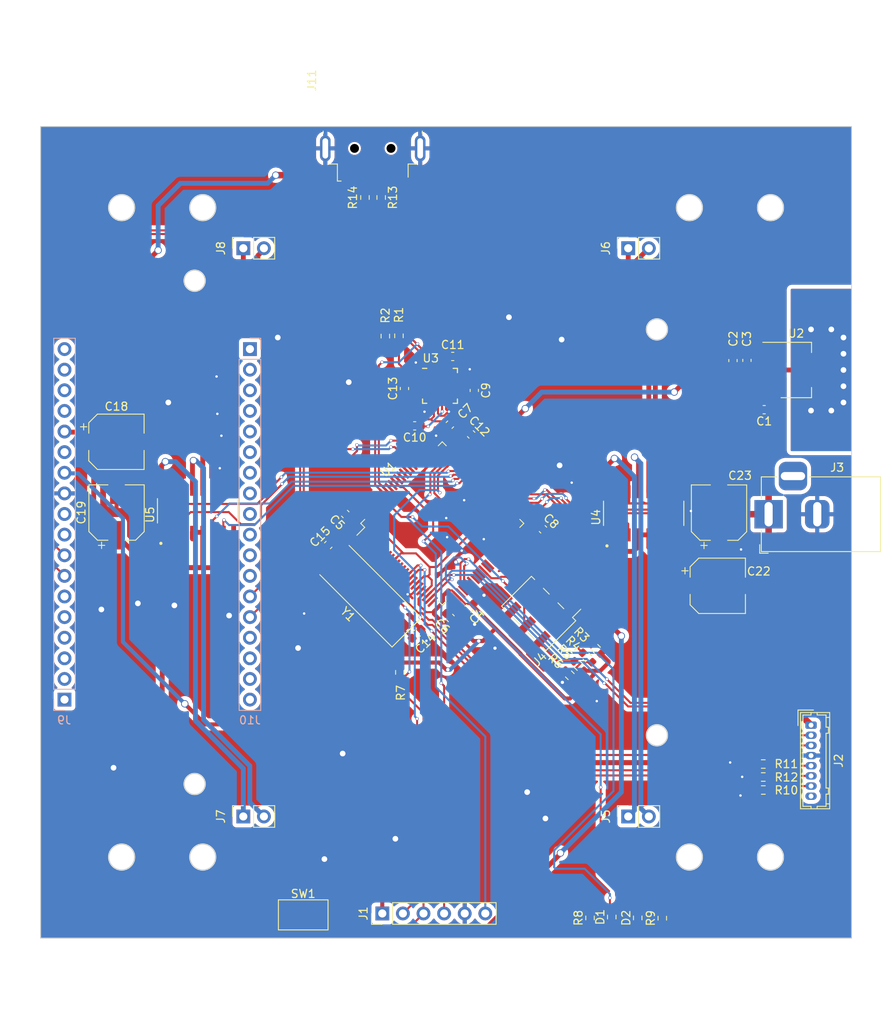
<source format=kicad_pcb>
(kicad_pcb (version 20221018) (generator pcbnew)
  (layers (0 "F.Cu" signal) (31 "B.Cu" signal) (34 "B.Paste" user) (35 "F.Paste" user) (36 "B.SilkS" user "B.Silkscreen") (37 "F.SilkS" user "F.Silkscreen") (38 "B.Mask" user) (39 "F.Mask" user) (44 "Edge.Cuts" user))
  (net 0 "")
  (net 60 "GND")
  (net 61 "M_SCTR")
  (net 62 "DEV_EN")
  (net 63 "M_EN")
  (net 65 "+5V")
  (net 66 "+3V3")
  (net 67 "Net-(U3-REGOUT)")
  (net 68 "Net-(U3-CPOUT)")
  (net 69 "BOOT1")
  (net 70 "I2C_SCL")
  (net 71 "I2C_SDA")
  (net 72 "BOOT0")
  (net 79 "MPU_IRQ")
  (net 87 "PH1")
  (net 88 "PH0")
  (net 89 "PA13-SWDIO")
  (net 90 "RESET")
  (net 91 "PA14-SWCLK")
  (net 92 "PB3-SWO")
  (net 93 "Net-(J4-Pin_1)")
  (net 94 "Net-(J4-Pin_2)")
  (net 95 "Net-(J4-Pin_5)")
  (net 96 "Net-(J4-Pin_6)")
  (net 97 "Net-(D1-K)")
  (net 98 "Net-(D1-A)")
  (net 99 "Net-(D2-K)")
  (net 100 "Net-(D2-A)")
  (net 101 "MOTOR_4_B")
  (net 102 "MOTOR_4_A")
  (net 103 "MOTOR_3_B")
  (net 104 "MOTOR_3_A")
  (net 105 "MOTOR_2_B")
  (net 106 "MOTOR_2_A")
  (net 107 "MOTOR_1_B")
  (net 108 "MOTOR_1_A")
  (net 109 "Net-(J5-Pin_1)")
  (net 110 "Net-(J5-Pin_2)")
  (net 111 "Net-(J6-Pin_1)")
  (net 112 "Net-(J6-Pin_2)")
  (net 113 "Net-(J7-Pin_1)")
  (net 114 "Net-(J7-Pin_2)")
  (net 115 "Net-(J8-Pin_1)")
  (net 116 "Net-(J8-Pin_2)")
  (net 117 "UART4_RX")
  (net 118 "UART4_TX")
  (net 127 "USB_DP")
  (net 128 "USB_DM")
  (net 148 "UART5_RX")
  (net 149 "UART5_TX")
  (net 154 "Net-(J11-D-)")
  (net 155 "Net-(J11-D+)")
  (footprint "Capacitor_SMD:C_0603_1608Metric" (layer "F.Cu") (at 96.13 86.88 180)
    (fp_text reference "C10")
    (fp_text value "C")
  )
  (footprint "Resistor_SMD:R_0603_1608Metric" (layer "F.Cu") (at 123.63 147.5 90)
    (fp_text reference "D2")
    (fp_text value "LED_Small")
  )
  (footprint "Resistor_SMD:R_0603_1608Metric" (layer "F.Cu") (at 118.497462 114.349447 135)
    (fp_text reference "R3")
    (fp_text value "10k")
  )
  (footprint "Capacitor_SMD:CP_Elec_6.3x4.9" (layer "F.Cu") (at 59.370176 97.558594 90)
    (fp_text reference "C19")
    (fp_text value "C_Polarized_Small")
  )
  (footprint "Resistor_SMD:R_0603_1608Metric" (layer "F.Cu") (at 120.43 147.39 90)
    (fp_text reference "D1")
    (fp_text value "LED_Small")
  )
  (footprint "Resistor_SMD:R_0603_1608Metric" (layer "F.Cu") (at 139.11 130.139376 180)
    (fp_text reference "R12")
    (fp_text value "10K")
  )
  (footprint "Capacitor_SMD:CP_Elec_6.3x4.9" (layer "F.Cu") (at 133.500806 106.584633)
    (fp_text reference "C22")
    (fp_text value "C_Polarized_Small")
  )
  (footprint "Capacitor_SMD:C_0603_1608Metric" (layer "F.Cu") (at 135.373803 78.840107 90)
    (fp_text reference "C2")
    (fp_text value "1uf")
  )
  (footprint "Connector_PinHeader_2.54mm:PinHeader_1x06_P2.54mm_Vertical" (layer "F.Cu") (at 92.137514 146.949922 90)
    (fp_text reference "J1")
    (fp_text value "Conn_ARM_SWD_TagConnect_TC2030")
  )
  (footprint "Capacitor_SMD:CP_Elec_6.3x4.9" (layer "F.Cu") (at 133.652318 97.569907 90)
    (fp_text reference "C23")
    (fp_text value "C_Polarized_Small")
  )
  (footprint "Resistor_SMD:R_0603_1608Metric" (layer "F.Cu") (at 126.66 147.53 90)
    (fp_text reference "R9")
    (fp_text value "2k")
  )
  (footprint "Connector_PinHeader_2.54mm:PinHeader_2x03_P2.54mm_Vertical_SMD" (layer "F.Cu") (at 111.418504 109.989393 -135)
    (fp_text reference "J4")
    (fp_text value "Conn_02x03_Odd_Even")
  )
  (footprint "Resistor_SMD:R_0603_1608Metric" (layer "F.Cu") (at 139.115 131.74 180)
    (fp_text reference "R10")
    (fp_text value "10K")
  )
  (footprint "Resistor_SMD:R_0603_1608Metric" (layer "F.Cu") (at 117.416637 115.416637 -45)
    (fp_text reference "R4")
    (fp_text value "10k")
  )
  (footprint "Capacitor_SMD:C_0603_1608Metric" (layer "F.Cu") (at 103.48 82.52 -90)
    (fp_text reference "C9")
    (fp_text value "C")
  )
  (footprint "Crystal:Crystal_SMD_HC49-SD" (layer "F.Cu") (at 90.404302 107.586461 135)
    (fp_text reference "Y1")
    (fp_text value "Crystal")
  )
  (footprint "Capacitor_SMD:C_0603_1608Metric" (layer "F.Cu") (at 85.474623 101.559746 45)
    (fp_text reference "C15")
    (fp_text value "0.1uF")
  )
  (footprint "Connector_PinSocket_2.54mm:PinSocket_1x02_P2.54mm_Vertical" (layer "F.Cu") (at 75 135 90)
    (fp_text reference "J7")
    (fp_text value "Conn_01x02")
  )
  (footprint "Capacitor_SMD:C_0603_1608Metric" (layer "F.Cu") (at 100.548008 110.548008 135)
    (fp_text reference "C6")
    (fp_text value "1 uf")
  )
  (footprint "Button_Switch_SMD:SW_SPST_CK_RS282G05A3" (layer "F.Cu") (at 82.38515 147.124153)
    (fp_text reference "SW1")
    (fp_text value "SW_SPST")
  )
  (footprint "Capacitor_SMD:C_0603_1608Metric" (layer "F.Cu") (at 96.362218 112.497901 45)
    (fp_text reference "C14")
    (fp_text value "0.1uF")
  )
  (footprint "Resistor_SMD:R_0603_1608Metric" (layer "F.Cu") (at 117.75 147.5 90)
    (fp_text reference "R8")
    (fp_text value "2k")
  )
  (footprint "Capacitor_SMD:C_0603_1608Metric" (layer "F.Cu") (at 94.87 82.28 90)
    (fp_text reference "C13")
    (fp_text value "1 uf")
  )
  (footprint "Resistor_SMD:R_0603_1608Metric" (layer "F.Cu") (at 116.376142 116.470767 -45)
    (fp_text reference "R5")
    (fp_text value "10k")
  )
  (footprint "Capacitor_SMD:C_0603_1608Metric" (layer "F.Cu") (at 111.946147 99.62688 -45)
    (fp_text reference "C8")
    (fp_text value "1 uf")
  )
  (footprint "Capacitor_SMD:C_0603_1608Metric" (layer "F.Cu") (at 102.809299 109.361928 -135)
    (fp_text reference "C4")
    (fp_text value "1 uf")
  )
  (footprint "Resistor_SMD:R_0603_1608Metric" (layer "F.Cu") (at 92 58.75 -90)
    (fp_text reference "R13")
    (fp_text value "10K")
  )
  (footprint "Connector_BarrelJack:BarrelJack_Horizontal" (layer "F.Cu") (at 139.768088 97.767345 180)
    (fp_text reference "J3")
    (fp_text value "Jack-DC")
  )
  (footprint "Capacitor_SMD:C_0603_1608Metric" (layer "F.Cu") (at 137.094748 78.817201 90)
    (fp_text reference "C3")
    (fp_text value "10 uf")
  )
  (footprint "Capacitor_SMD:C_0603_1608Metric" (layer "F.Cu") (at 100.46536 86.737957 -135)
    (fp_text reference "C7")
    (fp_text value "1 uf")
  )
  (footprint "Capacitor_SMD:C_0603_1608Metric" (layer "F.Cu") (at 87.573694 97.7402 135)
    (fp_text reference "C5")
    (fp_text value "1 uf")
  )
  (footprint "Capacitor_SMD:CP_Elec_6.3x4.9" (layer "F.Cu") (at 59.356719 88.845824)
    (fp_text reference "C18")
    (fp_text value "C_Polarized_Small")
  )
  (footprint "Capacitor_SMD:C_0603_1608Metric" (layer "F.Cu") (at 100.82 78.33)
    (fp_text reference "C11")
    (fp_text value "C")
  )
  (footprint "Capacitor_SMD:C_0603_1608Metric" (layer "F.Cu") (at 103.093353 87.936242 -45)
    (fp_text reference "C12")
    (fp_text value "1 uf")
  )
  (footprint "Connector_USB:USB_A_Molex_48037-2200_Horizontal" (layer "F.Cu") (at 90.96 44.325 90)
    (fp_text reference "J11")
    (fp_text value "USB_A")
  )
  (footprint "MX1508:SOIC127P600X177-16N" (layer "F.Cu") (at 124.365 97.655 90)
    (fp_text reference "U4")
    (fp_text value "MX1508")
  )
  (footprint "Resistor_SMD:R_0603_1608Metric" (layer "F.Cu") (at 115.256485 117.605727 135)
    (fp_text reference "R6")
    (fp_text value "10k")
  )
  (footprint "Connector_PinSocket_2.54mm:PinSocket_1x02_P2.54mm_Vertical" (layer "F.Cu") (at 122.46 135 90)
    (fp_text reference "J5")
    (fp_text value "Conn_01x02")
  )
  (footprint "Resistor_SMD:R_0603_1608Metric" (layer "F.Cu") (at 90 58.75 -90)
    (fp_text reference "R14")
    (fp_text value "10K")
  )
  (footprint "Capacitor_SMD:C_0603_1608Metric" (layer "F.Cu") (at 139.220598 84.888971 180)
    (fp_text reference "C1")
    (fp_text value "1 uf")
  )
  (footprint "Resistor_SMD:R_0603_1608Metric" (layer "F.Cu") (at 92.51 75.825 90)
    (fp_text reference "R2")
    (fp_text value "R_Small")
  )
  (footprint "Package_QFP:LQFP-100_14x14mm_P0.5mm" (layer "F.Cu") (at 99.53 98.895 45)
    (fp_text reference "U1")
    (fp_text value "STM32F429VETx")
  )
  (footprint "Package_TO_SOT_SMD:SOT-223-3_TabPin2" (layer "F.Cu") (at 143.15 80)
    (fp_text reference "U2")
    (fp_text value "LM317-3.3_SOT-223")
  )
  (footprint "Connector_PinSocket_2.54mm:PinSocket_1x02_P2.54mm_Vertical" (layer "F.Cu") (at 75 65 90)
    (fp_text reference "J8")
    (fp_text value "Conn_01x02")
  )
  (footprint "Sensor_Motion:InvenSense_QFN-24_4x4mm_P0.5mm" (layer "F.Cu") (at 99.25 81.95)
    (fp_text reference "U3")
    (fp_text value "MPU-6050")
  )
  (footprint "MX1508:SOIC127P600X177-16N" (layer "F.Cu") (at 69.365 97.345 90)
    (fp_text reference "U5")
    (fp_text value "MX1508")
  )
  (footprint "Connector_Hirose:Hirose_DF13-08P-1.25DSA_1x08_P1.25mm_Vertical" (layer "F.Cu") (at 145 123.75 -90)
    (fp_text reference "J2")
    (fp_text value "YLIDAR X4")
  )
  (footprint "Resistor_SMD:R_0603_1608Metric" (layer "F.Cu") (at 139.11 128.54 180)
    (fp_text reference "R11")
    (fp_text value "10K")
  )
  (footprint "Resistor_SMD:R_0603_1608Metric" (layer "F.Cu") (at 94.19 75.79 90)
    (fp_text reference "R1")
    (fp_text value "R_Small")
  )
  (footprint "Resistor_SMD:R_0603_1608Metric" (layer "F.Cu") (at 94.3 117.25 90)
    (fp_text reference "R7")
    (fp_text value "10k")
  )
  (footprint "Connector_PinSocket_2.54mm:PinSocket_1x02_P2.54mm_Vertical" (layer "F.Cu") (at 122.46 65 90)
    (fp_text reference "J6")
    (fp_text value "Conn_01x02")
  )
  (footprint "Connector_PinHeader_2.54mm:PinHeader_1x18_P2.54mm_Vertical" (layer "B.Cu") (at 75.81482 77.420435 180)
    (fp_text reference "J10")
    (fp_text value "Conn_01x18")
  )
  (footprint "Connector_PinHeader_2.54mm:PinHeader_1x18_P2.54mm_Vertical" (layer "B.Cu") (at 52.95482 120.600435)
    (fp_text reference "J9")
    (fp_text value "Conn_01x18")
  )
  (gr_circle (center 60 60) (end 61.6 60) (stroke (width 0.15)) (fill none) (layer "Edge.Cuts"))
  (gr_line (start 50 50) (end 150 50) (stroke (width 0.1)) (layer "Edge.Cuts"))
  (gr_circle (center 69 69) (end 70.3 69) (stroke (width 0.15)) (fill none) (layer "Edge.Cuts"))
  (gr_circle (center 130 140) (end 131.6 140) (stroke (width 0.15)) (fill none) (layer "Edge.Cuts"))
  (gr_circle (center 70 140) (end 71.6 140) (stroke (width 0.15)) (fill none) (layer "Edge.Cuts"))
  (gr_circle (center 60 140) (end 61.6 140) (stroke (width 0.15)) (fill none) (layer "Edge.Cuts"))
  (gr_circle (center 126 75) (end 127.3 75) (stroke (width 0.15)) (fill none) (layer "Edge.Cuts"))
  (gr_line (start 150 150) (end 50 150) (stroke (width 0.1)) (layer "Edge.Cuts"))
  (gr_line (start 150 50) (end 150 150) (stroke (width 0.1)) (layer "Edge.Cuts"))
  (gr_circle (center 140 60) (end 141.6 60) (stroke (width 0.15)) (fill none) (layer "Edge.Cuts"))
  (gr_line (start 50 150) (end 50 50) (stroke (width 0.1)) (layer "Edge.Cuts"))
  (gr_circle (center 70 60) (end 71.6 60) (stroke (width 0.15)) (fill none) (layer "Edge.Cuts"))
  (gr_circle (center 140 140) (end 141.6 140) (stroke (width 0.15)) (fill none) (layer "Edge.Cuts"))
  (gr_circle (center 69 131) (end 70.3 131) (stroke (width 0.15)) (fill none) (layer "Edge.Cuts"))
  (gr_circle (center 130 60) (end 131.6 60) (stroke (width 0.15)) (fill none) (layer "Edge.Cuts"))
  (gr_circle (center 126 125) (end 127.3 125) (stroke (width 0.15)) (fill none) (layer "Edge.Cuts"))
  (segment (start 118 116) (end 116.72 116) (width 0.25) (layer "F.Cu") (net 60))
  (segment (start 97.3 80.7) (end 95.72 79.12) (width 0.25) (layer "F.Cu") (net 60))
  (segment (start 100.065 84.892537) (end 100.35 85.13) (width 0.25) (layer "F.Cu") (net 60))
  (segment (start 100 83.9) (end 100 84.827537) (width 0.25) (layer "F.Cu") (net 60))
  (segment (start 95.72 79.12) (end 95.72 77.94) (width 0.25) (layer "F.Cu") (net 60))
  (segment (start 100.35 85.13) (end 100.065 85.335) (width 0.25) (layer "F.Cu") (net 60))
  (segment (start 99 85.36) (end 99.275 85.635) (width 0.25) (layer "F.Cu") (net 60))
  (segment (start 102.171227 110) (end 102.261291 109.909936) (width 0.25) (layer "F.Cu") (net 60))
  (segment (start 93.042295 103.261384) (end 92.430163 103.873516) (width 0.25) (layer "F.Cu") (net 60))
  (segment (start 101.067957 108.211132) (end 102.261291 109.404466) (width 0.25) (layer "F.Cu") (net 60))
  (segment (start 102.162575 88.48425) (end 103.641361 88.48425) (width 0.25) (layer "F.Cu") (net 60))
  (segment (start 96.577829 106.796918) (end 95.744747 107.63) (width 0.25) (layer "F.Cu") (net 60))
  (segment (start 101.067957 89.578868) (end 102.162575 88.48425) (width 0.25) (layer "F.Cu") (net 60))
  (segment (start 116.72 116) (end 115.839848 116.880152) (width 0.25) (layer "F.Cu") (net 60))
  (segment (start 90.863516 103.873516) (end 90.57 103.58) (width 0.25) (layer "F.Cu") (net 60))
  (segment (start 99.275 85.635) (end 99.765 85.635) (width 0.25) (layer "F.Cu") (net 60))
  (segment (start 100.065 85.335) (end 99.79 85.61) (width 0.25) (layer "F.Cu") (net 60))
  (segment (start 100 84.827537) (end 100.065 84.892537) (width 0.25) (layer "F.Cu") (net 60))
  (segment (start 115.839848 116.880152) (end 115.839848 118.18909) (width 0.25) (layer "F.Cu") (net 60))
  (segment (start 99 83.9) (end 99 85.36) (width 0.25) (layer "F.Cu") (net 60))
  (segment (start 102.261291 109.404466) (end 102.261291 109.909936) (width 0.25) (layer "F.Cu") (net 60))
  (segment (start 99.765 85.635) (end 99.79 85.61) (width 0.25) (layer "F.Cu") (net 60))
  (segment (start 92.430163 103.873516) (end 90.863516 103.873516) (width 0.25) (layer "F.Cu") (net 60))
  (segment (start 99.79 85.61) (end 99.78 85.61) (width 0.25) (layer "F.Cu") (net 60))
  (segment (start 95.744747 107.63) (end 95.26 107.63) (width 0.25) (layer "F.Cu") (net 60))
  (segment (start 100 110) (end 102.171227 110) (width 0.25) (layer "F.Cu") (net 60))
  (via (at 118.58 120.79) (size 0.4) (drill 0.3) (layers "F.Cu" "B.Cu") (net 60))
  (via (at 87.25 127.25) (size 0.9) (drill 0.7) (layers "F.Cu" "B.Cu") (net 60))
  (via (at 135.03 128.35) (size 0.4) (drill 0.3) (layers "F.Cu" "B.Cu") (net 60))
  (via (at 85 140.25) (size 0.9) (drill 0.7) (layers "F.Cu" "B.Cu") (net 60))
  (via (at 104.6755 107.75) (size 0.5) (drill 0.4) (layers "F.Cu" "B.Cu") (net 60))
  (via (at 136.3 132.42) (size 0.4) (drill 0.3) (layers "F.Cu" "B.Cu") (net 60))
  (via (at 114 91.75) (size 0.9) (drill 0.7) (layers "F.Cu" "B.Cu") (net 60))
  (via (at 110 132) (size 0.9) (drill 0.7) (layers "F.Cu" "B.Cu") (net 60))
  (via (at 101.21 103.67) (size 0.5) (drill 0.4) (layers "F.Cu" "B.Cu") (net 60))
  (via (at 104.65 100.84) (size 0.4) (drill 0.3) (layers "F.Cu" "B.Cu") (net 60))
  (via (at 97.58 113.36) (size 0.4) (drill 0.3) (layers "F.Cu" "B.Cu") (net 60))
  (via (at 82.5 110) (size 0.4) (drill 0.3) (layers "F.Cu" "B.Cu") (net 60))
  (via (at 106.03 114.27) (size 0.5) (drill 0.4) (layers "F.Cu" "B.Cu") (net 60))
  (via (at 98.77 88.09) (size 0.4) (drill 0.3) (layers "F.Cu" "B.Cu") (net 60))
  (via (at 59 129) (size 0.9) (drill 0.7) (layers "F.Cu" "B.Cu") (net 60))
  (via (at 88 81.5) (size 0.9) (drill 0.7) (layers "F.Cu" "B.Cu") (net 60))
  (via (at 114.34 118.48) (size 0.5) (drill 0.4) (layers "F.Cu" "B.Cu") (net 60))
  (via (at 93.75 137.75) (size 0.9) (drill 0.7) (layers "F.Cu" "B.Cu") (net 60))
  (via (at 95.26 107.63) (size 0.4) (drill 0.3) (layers "F.Cu" "B.Cu") (net 60))
  (via (at 73.25 110.25) (size 0.9) (drill 0.7) (layers "F.Cu" "B.Cu") (net 60))
  (via (at 57.5 109.5) (size 0.9) (drill 0.7) (layers "F.Cu" "B.Cu") (net 60))
  (via (at 130.19 97.37) (size 0.4) (drill 0.3) (layers "F.Cu" "B.Cu") (net 60))
  (via (at 103.52 111.33) (size 0.5) (drill 0.4) (layers "F.Cu" "B.Cu") (net 60))
  (via (at 107.75 73.5) (size 0.9) (drill 0.7) (layers "F.Cu" "B.Cu") (net 60))
  (via (at 97.34 85.14) (size 0.4) (drill 0.3) (layers "F.Cu" "B.Cu") (net 60))
  (via (at 101.93 102.25) (size 0.4) (drill 0.3) (layers "F.Cu" "B.Cu") (net 60))
  (via (at 100.35 85.13) (size 0.4) (drill 0.3) (layers "F.Cu" "B.Cu") (net 60))
  (via (at 81.75 114.25) (size 0.9) (drill 0.7) (layers "F.Cu" "B.Cu") (net 60))
  (via (at 79.25 76) (size 0.9) (drill 0.7) (layers "F.Cu" "B.Cu") (net 60))
  (via (at 114.25 76.25) (size 0.9) (drill 0.7) (layers "F.Cu" "B.Cu") (net 60))
  (via (at 96.27 79.08) (size 0.4) (drill 0.3) (layers "F.Cu" "B.Cu") (net 60))
  (via (at 115.49 93.88) (size 0.4) (drill 0.3) (layers "F.Cu" "B.Cu") (net 60))
  (via (at 102.92 79.91) (size 0.4) (drill 0.3) (layers "F.Cu" "B.Cu") (net 60))
  (via (at 65.75 84) (size 0.9) (drill 0.7) (layers "F.Cu" "B.Cu") (net 60))
  (via (at 136.37 102.11) (size 0.4) (drill 0.3) (layers "F.Cu" "B.Cu") (net 60))
  (via (at 136.51 130.12) (size 0.4) (drill 0.3) (layers "F.Cu" "B.Cu") (net 60))
  (via (at 102.23 96.04) (size 0.4) (drill 0.3) (layers "F.Cu" "B.Cu") (net 60))
  (via (at 72.3 88.1) (size 0.4) (drill 0.3) (layers "F.Cu" "B.Cu") (net 60))
  (via (at 71.7 80.8) (size 0.4) (drill 0.3) (layers "F.Cu" "B.Cu") (net 60))
  (via (at 72.1 92.1) (size 0.4) (drill 0.3) (layers "F.Cu" "B.Cu") (net 60))
  (via (at 100.13 100.59) (size 0.4) (drill 0.3) (layers "F.Cu" "B.Cu") (net 60))
  (via (at 62 108.75) (size 0.9) (drill 0.7) (layers "F.Cu" "B.Cu") (net 60))
  (via (at 100.02 98.24) (size 0.4) (drill 0.3) (layers "F.Cu" "B.Cu") (net 60))
  (via (at 112.25 135.25) (size 0.9) (drill 0.7) (layers "F.Cu" "B.Cu") (net 60))
  (via (at 66.5 109) (size 0.9) (drill 0.7) (layers "F.Cu" "B.Cu") (net 60))
  (via (at 71.8 85.4) (size 0.4) (drill 0.3) (layers "F.Cu" "B.Cu") (net 60))
  (segment (start 97.862463 110.78) (end 98.32464 110.78) (width 0.25) (layer "F.Cu") (net 61))
  (segment (start 94.810062 105.029151) (end 94.197931 105.641282) (width 0.25) (layer "F.Cu") (net 61))
  (segment (start 94.21 106.020079) (end 94.21 107.562463) (width 0.25) (layer "F.Cu") (net 61))
  (segment (start 98.32464 110.78) (end 114.97464 127.43) (width 0.25) (layer "F.Cu") (net 61))
  (segment (start 140.145 128.75) (end 139.935 128.54) (width 0.25) (layer "F.Cu") (net 61))
  (segment (start 138.825 127.43) (end 139.935 128.54) (width 0.25) (layer "F.Cu") (net 61))
  (segment (start 96.602537 109.955) (end 97.037463 109.955) (width 0.25) (layer "F.Cu") (net 61))
  (segment (start 114.97464 127.43) (end 138.825 127.43) (width 0.25) (layer "F.Cu") (net 61))
  (segment (start 94.197931 105.641282) (end 94.197931 106.00801) (width 0.25) (layer "F.Cu") (net 61))
  (segment (start 97.037463 109.955) (end 97.862463 110.78) (width 0.25) (layer "F.Cu") (net 61))
  (segment (start 94.197931 106.00801) (end 94.21 106.020079) (width 0.25) (layer "F.Cu") (net 61))
  (segment (start 145 128.75) (end 140.145 128.75) (width 0.25) (layer "F.Cu") (net 61))
  (segment (start 94.21 107.562463) (end 96.602537 109.955) (width 0.25) (layer "F.Cu") (net 61))
  (segment (start 140.074376 130) (end 139.935 130.139376) (width 0.25) (layer "F.Cu") (net 62))
  (segment (start 96.82 110.48) (end 97.74 111.4) (width 0.25) (layer "F.Cu") (net 62))
  (segment (start 145 130) (end 140.074376 130) (width 0.25) (layer "F.Cu") (net 62))
  (segment (start 137.35 129.31) (end 137.38 129.34) (width 0.25) (layer "F.Cu") (net 62))
  (segment (start 98.308244 111.4) (end 116.218244 129.31) (width 0.25) (layer "F.Cu") (net 62))
  (segment (start 139.135624 129.34) (end 139.935 130.139376) (width 0.25) (layer "F.Cu") (net 62))
  (segment (start 96.476321 104.07) (end 95.163616 105.382705) (width 0.25) (layer "F.Cu") (net 62))
  (segment (start 97.74 111.4) (end 98.308244 111.4) (width 0.25) (layer "F.Cu") (net 62))
  (segment (start 137.38 129.34) (end 139.135624 129.34) (width 0.25) (layer "F.Cu") (net 62))
  (segment (start 116.218244 129.31) (end 137.35 129.31) (width 0.25) (layer "F.Cu") (net 62))
  (segment (start 96.88 104.07) (end 96.476321 104.07) (width 0.25) (layer "F.Cu") (net 62))
  (via (at 96.88 104.07) (size 0.4) (drill 0.3) (layers "F.Cu" "B.Cu") (net 62))
  (via (at 96.82 110.48) (size 0.4) (drill 0.3) (layers "F.Cu" "B.Cu") (net 62))
  (segment (start 96.834122 110.465878) (end 96.82 110.48) (width 0.25) (layer "B.Cu") (net 62))
  (segment (start 96.834122 104.115878) (end 96.834122 110.465878) (width 0.25) (layer "B.Cu") (net 62))
  (segment (start 96.88 104.07) (end 96.834122 104.115878) (width 0.25) (layer "B.Cu") (net 62))
  (segment (start 96.633427 104.62) (end 95.517169 105.736258) (width 0.25) (layer "F.Cu") (net 63))
  (segment (start 135.84 130.94) (end 139.14 130.94) (width 0.25) (layer "F.Cu") (net 63))
  (segment (start 134.85 129.95) (end 135.84 130.94) (width 0.25) (layer "F.Cu") (net 63))
  (segment (start 140.37 131.25) (end 139.94 131.68) (width 0.25) (layer "F.Cu") (net 63))
  (segment (start 116 129.95) (end 134.85 129.95) (width 0.25) (layer "F.Cu") (net 63))
  (segment (start 139.14 130.94) (end 139.94 131.74) (width 0.25) (layer "F.Cu") (net 63))
  (segment (start 97.358622 104.62) (end 96.633427 104.62) (width 0.25) (layer "F.Cu") (net 63))
  (segment (start 145 131.25) (end 140.37 131.25) (width 0.25) (layer "F.Cu") (net 63))
  (segment (start 98.21 112.16) (end 116 129.95) (width 0.25) (layer "F.Cu") (net 63))
  (via (at 98.21 112.16) (size 0.4) (drill 0.3) (layers "F.Cu" "B.Cu") (net 63))
  (via (at 97.358622 104.62) (size 0.4) (drill 0.3) (layers "F.Cu" "B.Cu") (net 63))
  (segment (start 97.359122 104.6205) (end 97.359122 111.309122) (width 0.25) (layer "B.Cu") (net 63))
  (segment (start 97.359122 111.309122) (end 98.21 112.16) (width 0.25) (layer "B.Cu") (net 63))
  (segment (start 97.358622 104.62) (end 97.359122 104.6205) (width 0.25) (layer "B.Cu") (net 63))
  (segment (start 72.3 104.35) (end 67.7 104.35) (width 0.6) (layer "F.Cu") (net 65))
  (segment (start 128.25 104.133827) (end 128.25 102.35) (width 0.6) (layer "F.Cu") (net 65))
  (segment (start 140 84.884569) (end 139.995598 84.888971) (width 0.8) (layer "F.Cu") (net 65))
  (segment (start 139.768088 97.767345) (end 136.25488 97.767345) (width 0.8) (layer "F.Cu") (net 65))
  (segment (start 55.055 87.655) (end 55.055 74.695) (width 0.6) (layer "F.Cu") (net 65))
  (segment (start 64.92 104.085) (end 65.185 104.35) (width 0.6) (layer "F.Cu") (net 65))
  (segment (start 73.81 100) (end 73.81 102.84) (width 0.6) (layer "F.Cu") (net 65))
  (segment (start 128.869907 100.369907) (end 128.81 100.31) (width 0.6) (layer "F.Cu") (net 65))
  (segment (start 119.92 100.31) (end 119.92 101.37) (width 0.6) (layer "F.Cu") (net 65))
  (segment (start 125 101.85) (end 125.5 102.35) (width 0.6) (layer "F.Cu") (net 65))
  (segment (start 68.73 100) (end 70 100) (width 0.6) (layer "F.Cu") (net 65))
  (segment (start 64.92 100) (end 64.92 104.085) (width 0.6) (layer "F.Cu") (net 65))
  (segment (start 139.768088 97.767345) (end 139.768088 85.116481) (width 0.8) (layer "F.Cu") (net 65))
  (segment (start 143.1 107.1) (end 139.768088 103.768088) (width 0.8) (layer "F.Cu") (net 65))
  (segment (start 125 100.31) (end 125 101.85) (width 0.6) (layer "F.Cu") (net 65))
  (segment (start 139.768088 103.768088) (end 139.768088 97.767345) (width 0.8) (layer "F.Cu") (net 65))
  (segment (start 65.185 104.35) (end 63.361582 104.35) (width 0.6) (layer "F.Cu") (net 65))
  (segment (start 119.92 100.31) (end 119.92 111.08) (width 0.6) (layer "F.Cu") (net 65))
  (segment (start 63.361582 104.35) (end 59.370176 100.358594) (width 0.6) (layer "F.Cu") (net 65))
  (segment (start 123.73 101.72) (end 123.73 100.31) (width 0.6) (layer "F.Cu") (net 65))
  (segment (start 140 82.3) (end 140 84.884569) (width 0.8) (layer "F.Cu") (net 65))
  (segment (start 73.3 149.385) (end 65 141.085) (width 0.6) (layer "F.Cu") (net 65))
  (segment (start 114.105 139.589978) (end 104.309978 149.385) (width 0.6) (layer "F.Cu") (net 65))
  (segment (start 70 104.2) (end 69.85 104.35) (width 0.6) (layer "F.Cu") (net 65))
  (segment (start 123.1 102.35) (end 123.73 101.72) (width 0.6) (layer "F.Cu") (net 65))
  (segment (start 55.055 74.695) (end 64.5 65.25) (width 0.6) (layer "F.Cu") (net 65))
  (segment (start 65 141.085) (end 65 104.35) (width 0.6) (layer "F.Cu") (net 65))
  (segment (start 143.1 121.85) (end 143.1 107.1) (width 0.8) (layer "F.Cu") (net 65))
  (segment (start 119.92 111.08) (end 121.61 112.77) (width 0.6) (layer "F.Cu") (net 65))
  (segment (start 68.73 100) (end 68.73 100.805) (width 0.6) (layer "F.Cu") (net 65))
  (segment (start 55.410895 87.7) (end 55.1 87.7) (width 0.6) (layer "F.Cu") (net 65))
  (segment (start 73.81 102.84) (end 72.3 104.35) (width 0.6) (layer "F.Cu") (net 65))
  (segment (start 128.81 101.79) (end 128.81 100.31) (width 0.6) (layer "F.Cu") (net 65))
  (segment (start 136.25488 97.767345) (end 133.652318 100.369907) (width 0.8) (layer "F.Cu") (net 65))
  (segment (start 55.1 87.7) (end 55.055 87.655) (width 0.6) (layer "F.Cu") (net 65))
  (segment (start 139.768088 85.116481) (end 139.995598 84.888971) (width 0.8) (layer "F.Cu") (net 65))
  (segment (start 120.9 102.35) (end 123.1 102.35) (width 0.6) (layer "F.Cu") (net 65))
  (segment (start 125 100.31) (end 123.73 100.31) (width 0.6) (layer "F.Cu") (net 65))
  (segment (start 86.76 56) (end 79 56) (width 0.8) (layer "F.Cu") (net 65))
  (segment (start 67.02 104.35) (end 65.185 104.35) (width 0.6) (layer "F.Cu") (net 65))
  (segment (start 119.92 101.37) (end 120.9 102.35) (width 0.6) (layer "F.Cu") (net 65))
  (segment (start 56.556719 88.845824) (end 55.410895 87.7) (width 0.6) (layer "F.Cu") (net 65))
  (segment (start 125.5 102.35) (end 128.25 102.35) (width 0.6) (layer "F.Cu") (net 65))
  (segment (start 56.556719 97.545137) (end 56.556719 88.845824) (width 0.6) (layer "F.Cu") (net 65))
  (segment (start 65 104.35) (end 67.02 104.35) (width 0.6) (layer "F.Cu") (net 65))
  (segment (start 59.370176 100.358594) (end 56.556719 97.545137) (width 0.6) (layer "F.Cu") (net 65))
  (segment (start 55.055 87.655) (end 53.14 87.655) (width 0.6) (layer "F.Cu") (net 65))
  (segment (start 114.105 139.505) (end 114.105 139.589978) (width 0.6) (layer "F.Cu") (net 65))
  (segment (start 133.652318 100.369907) (end 128.869907 100.369907) (width 0.6) (layer "F.Cu") (net 65))
  (segment (start 69.85 104.35) (end 67.7 104.35) (width 0.6) (layer "F.Cu") (net 65))
  (segment (start 104.309978 149.385) (end 73.3 149.385) (width 0.6) (layer "F.Cu") (net 65))
  (segment (start 70 100) (end 70 104.2) (width 0.6) (layer "F.Cu") (net 65))
  (segment (start 87.46 55.3) (end 86.76 56) (width 0.8) (layer "F.Cu") (net 65))
  (segment (start 130.700806 106.584633) (end 128.25 104.133827) (width 0.6) (layer "F.Cu") (net 65))
  (segment (start 128.25 102.35) (end 128.81 101.79) (width 0.6) (layer "F.Cu") (net 65))
  (segment (start 67.7 104.35) (end 67.02 104.35) (width 0.6) (layer "F.Cu") (net 65))
  (segment (start 145 123.75) (end 143.1 121.85) (width 0.8) (layer "F.Cu") (net 65))
  (via (at 79 56) (size 0.9) (drill 0.7) (layers "F.Cu" "B.Cu") (net 65))
  (via (at 64.5 65.25) (size 0.9) (drill 0.7) (layers "F.Cu" "B.Cu") (net 65))
  (via (at 114.105 139.505) (size 0.9) (drill 0.7) (layers "F.Cu" "B.Cu") (net 65))
  (via (at 121.61 112.77) (size 0.9) (drill 0.7) (layers "F.Cu" "B.Cu") (net 65))
  (segment (start 64.5 59.75) (end 67.25 57) (width 0.6) (layer "B.Cu") (net 65))
  (segment (start 78 57) (end 79 56) (width 0.6) (layer "B.Cu") (net 65))
  (segment (start 67.25 57) (end 78 57) (width 0.6) (layer "B.Cu") (net 65))
  (segment (start 114.105 139.505) (end 121.61 132) (width 0.6) (layer "B.Cu") (net 65))
  (segment (start 121.61 132) (end 121.61 112.77) (width 0.6) (layer "B.Cu") (net 65))
  (segment (start 64.5 65.25) (end 64.5 59.75) (width 0.6) (layer "B.Cu") (net 65))
  (segment (start 96.1 81.825) (end 94.87 83.055) (width 0.25) (layer "F.Cu") (net 66))
  (segment (start 116.959505 117.05413) (end 118.147952 117.05413) (width 0.5) (layer "F.Cu") (net 66))
  (segment (start 135.373803 79.615107) (end 131.234893 79.615107) (width 0.6) (layer "F.Cu") (net 66))
  (segment (start 120.04 116.04) (end 120.04 115.891985) (width 0.5) (layer "F.Cu") (net 66))
  (segment (start 101.013368 85.276632) (end 101.48 84.81) (width 0.25) (layer "F.Cu") (net 66))
  (segment (start 88.121702 98.288208) (end 89.282703 98.288208) (width 0.25) (layer "F.Cu") (net 66))
  (segment (start 101.013368 86.189949) (end 101.34706 86.189949) (width 0.25) (layer "F.Cu") (net 66))
  (segment (start 85.827514 118.312486) (end 92.137514 118.312486) (width 0.5) (layer "F.Cu") (net 66))
  (segment (start 109.199685 100.079404) (end 110.397607 100.079404) (width 0.25) (layer "F.Cu") (net 66))
  (segment (start 118.147952 117.05413) (end 119.02587 117.05413) (width 0.5) (layer "F.Cu") (net 66))
  (segment (start 100.017186 116.916425) (end 99.140761 116.04) (width 0.5) (layer "F.Cu") (net 66))
  (segment (start 120.04 115.891985) (end 119.080825 114.93281) (width 0.5) (layer "F.Cu") (net 66))
  (segment (start 103.245 99.867463) (end 103.245 99.885) (width 0.25) (layer "F.Cu") (net 66))
  (segment (start 101.013368 86.189949) (end 101.013368 85.276632) (width 0.25) (layer "F.Cu") (net 66))
  (segment (start 103.652728 99.467272) (end 108.587553 99.467272) (width 0.25) (layer "F.Cu") (net 66))
  (segment (start 99.140761 116.04) (end 94.685 116.04) (width 0.5) (layer "F.Cu") (net 66))
  (segment (start 100.219069 116.916425) (end 100.017186 116.916425) (width 0.5) (layer "F.Cu") (net 66))
  (segment (start 94.79 102.59) (end 96.29 102.59) (width 0.25) (layer "F.Cu") (net 66))
  (segment (start 135.373803 79.615107) (end 137.071842 79.615107) (width 0.6) (layer "F.Cu") (net 66))
  (segment (start 98.23 106.558961) (end 98.23 105.87) (width 0.25) (layer "F.Cu") (net 66))
  (segment (start 103.973579 85.96) (end 102.545345 87.388234) (width 0.6) (layer "F.Cu") (net 66))
  (segment (start 101.096016 111.096016) (end 99.559188 111.096016) (width 0.5) (layer "F.Cu") (net 66))
  (segment (start 100.714404 89.225315) (end 100.714404 89.219175) (width 0.25) (layer "F.Cu") (net 66))
  (segment (start 97.54943 109.830571) (end 98.293743 109.830571) (width 0.25) (layer "F.Cu") (net 66))
  (segment (start 94.19 76.615) (end 92.545 76.615) (width 0.25) (layer "F.Cu") (net 66))
  (segment (start 103.357307 109.117307) (end 106.085 111.845) (width 0.5) (layer "F.Cu") (net 66))
  (segment (start 100.714404 89.225315) (end 99.69 90.249719) (width 0.25) (layer "F.Cu") (net 66))
  (segment (start 94.19 79.25) (end 96.1 81.16) (width 0.25) (layer "F.Cu") (net 66))
  (segment (start 102.377853 108.81392) (end 103.357307 108.81392) (width 0.25) (layer "F.Cu") (net 66))
  (segment (start 89.282703 98.288208) (end 89.860315 97.710596) (width 0.25) (layer "F.Cu") (net 66))
  (segment (start 94.19 76.615) (end 94.19 79.25) (width 0.25) (layer "F.Cu") (net 66))
  (segment (start 101.34706 86.189949) (end 102.545345 87.388234) (width 0.25) (layer "F.Cu") (net 66))
  (segment (start 96.1 81.16) (end 96.1 81.825) (width 0.25) (layer "F.Cu") (net 66))
  (segment (start 97.75597 105.39597) (end 97.74194 105.41) (width 0.25) (layer "F.Cu") (net 66))
  (segment (start 94.420787 102.59) (end 94.79 102.59) (width 0.25) (layer "F.Cu") (net 66))
  (segment (start 103.48 83.295) (end 101.295 83.295) (width 0.25) (layer "F.Cu") (net 66))
  (segment (start 98.38 86.32) (end 100.883317 86.32) (width 0.25) (layer "F.Cu") (net 66))
  (segment (start 98.86 104.27) (end 103.245 99.885) (width 0.25) (layer "F.Cu") (net 66))
  (segment (start 70.32 123.66) (end 80.48 123.66) (width 0.5) (layer "F.Cu") (net 66))
  (segment (start 110.397607 100.079404) (end 111.398139 99.078872) (width 0.25) (layer "F.Cu") (net 66))
  (segment (start 100.883317 86.32) (end 101.013368 86.189949) (width 0.25) (layer "F.Cu") (net 66))
  (segment (start 98.5 83.9) (end 98.5 85.72) (width 0.25) (layer "F.Cu") (net 66))
  (segment (start 94.685 116.04) (end 94.3 116.425) (width 0.5) (layer "F.Cu") (net 66))
  (segment (start 98.55 92.823317) (end 98.55 95.172463) (width 0.25) (layer "F.Cu") (net 66))
  (segment (start 67.78 121.12) (end 70.32 123.66) (width 0.5) (layer "F.Cu") (net 66))
  (segment (start 98.51 110.046828) (end 98.51 109.74) (width 0.5) (layer "F.Cu") (net 66))
  (segment (start 94.025 116.425) (end 94.3 116.425) (width 0.5) (layer "F.Cu") (net 66))
  (segment (start 93.395849 103.614938) (end 94.420787 102.59) (width 0.25) (layer "F.Cu") (net 66))
  (segment (start 99.559188 111.096016) (end 98.51 110.046828) (width 0.5) (layer "F.Cu") (net 66))
  (segment (start 98.293743 109.830571) (end 98.51 110.046828) (width 0.25) (layer "F.Cu") (net 66))
  (segment (start 109.765 84.755) (end 108.56 85.96) (width 0.6) (layer "F.Cu") (net 66))
  (segment (start 92.545 76.615) (end 92.51 76.65) (width 0.25) (layer "F.Cu") (net 66))
  (segment (start 80.48 123.66) (end 85.827514 118.312486) (width 0.5) (layer "F.Cu") (net 66))
  (segment (start 98.51 109.74) (end 99.623719 108.626281) (width 0.5) (layer "F.Cu") (net 66))
  (segment (start 99.69 91.683317) (end 98.55 92.823317) (width 0.25) (layer "F.Cu") (net 66))
  (segment (start 139.592201 79.592201) (end 140 80) (width 0.6) (layer "F.Cu") (net 66))
  (segment (start 103.245 99.885) (end 103.245 99.875) (width 0.25) (layer "F.Cu") (net 66))
  (segment (start 106.085 111.845) (end 109.18 114.94) (width 0.5) (layer "F.Cu") (net 66))
  (segment (start 137.094748 79.592201) (end 139.592201 79.592201) (width 0.6) (layer "F.Cu") (net 66))
  (segment (start 104.03 113.39) (end 104.54 113.39) (width 0.5) (layer "F.Cu") (net 66))
  (segment (start 92.137514 146.949922) (end 92.137514 118.312486) (width 0.5) (layer "F.Cu") (net 66))
  (segment (start 96.29 102.59) (end 97.97 104.27) (width 0.25) (layer "F.Cu") (net 66))
  (segment (start 100.714404 89.219175) (end 102.545345 87.388234) (width 0.25) (layer "F.Cu") (net 66))
  (segment (start 103.39 113.39) (end 104.03 113.39) (width 0.5) (layer "F.Cu") (net 66))
  (segment (start 119.02587 117.05413) (end 120.04 116.04) (width 0.5) (layer "F.Cu") (net 66))
  (segment (start 100.713933 107.15) (end 100.29 107.15) (width 0.25) (layer "F.Cu") (net 66))
  (segment (start 97.284936 107.504025) (end 98.23 106.558961) (width 0.25) (layer "F.Cu") (net 66))
  (segment (start 101.421511 107.857578) (end 100.713933 107.15) (width 0.25) (layer "F.Cu") (net 66))
  (segment (start 98.14 86.08) (end 98.38 86.32) (width 0.25) (layer "F.Cu") (net 66))
  (segment (start 94.87 84.33) (end 96.62 86.08) (width 0.25) (layer "F.Cu") (net 66))
  (segment (start 118.147952 117.592048) (end 118.147952 117.05413) (width 0.5) (layer "F.Cu") (net 66))
  (segment (start 97.97 104.27) (end 98.86 104.27) (width 0.25) (layer "F.Cu") (net 66))
  (segment (start 101.295 83.295) (end 101.2 83.2) (width 0.25) (layer "F.Cu") (net 66))
  (segment (start 94.739719 102.59) (end 94.79 102.59) (width 0.25) (layer "F.Cu") (net 66))
  (segment (start 137.071842 79.615107) (end 137.094748 79.592201) (width 0.6) (layer "F.Cu") (net 66))
  (segment (start 108.56 85.96) (end 103.973579 85.96) (width 0.6) (layer "F.Cu") (net 66))
  (segment (start 104.54 113.39) (end 106.085 111.845) (width 0.5) (layer "F.Cu") (net 66))
  (segment (start 97.97 104.27) (end 97.97 105.181941) (width 0.25) (layer "F.Cu") (net 66))
  (segment (start 131.234893 79.615107) (end 128.13 82.72) (width 0.6) (layer "F.Cu") (net 66))
  (segment (start 92.137514 118.312486) (end 94.025 116.425) (width 0.5) (layer "F.Cu") (net 66))
  (segment (start 115.27 120.47) (end 118.147952 117.592048) (width 0.5) (layer "F.Cu") (net 66))
  (segment (start 98.5 85.72) (end 98.14 86.08) (width 0.25) (layer "F.Cu") (net 66))
  (segment (start 97.74194 105.41) (end 97.257641 105.41) (width 0.25) (layer "F.Cu") (net 66))
  (segment (start 103.357307 108.81392) (end 103.357307 109.117307) (width 0.5) (layer "F.Cu") (net 66))
  (segment (start 94.87 83.055) (end 94.87 84.33) (width 0.25) (layer "F.Cu") (net 66))
  (segment (start 108.587553 99.467272) (end 109.199685 100.079404) (width 0.25) (layer "F.Cu") (net 66))
  (segment (start 99.623719 107.816281) (end 100.29 107.15) (width 0.5) (layer "F.Cu") (net 66))
  (segment (start 98.23 105.87) (end 97.75597 105.39597) (width 0.25) (layer "F.Cu") (net 66))
  (segment (start 97.284936 107.504025) (end 96.6 108.188961) (width 0.25) (layer "F.Cu") (net 66))
  (segment (start 97.257641 105.41) (end 96.224276 106.443365) (width 0.25) (layer "F.Cu") (net 66))
  (segment (start 114.656828 120.47) (end 115.27 120.47) (width 0.5) (layer "F.Cu") (net 66))
  (segment (start 97.97 105.181941) (end 97.75597 105.39597) (width 0.25) (layer "F.Cu") (net 66))
  (segment (start 98.55 95.172463) (end 103.245 99.867463) (width 0.25) (layer "F.Cu") (net 66))
  (segment (start 99.623719 108.626281) (end 99.623719 107.816281) (width 0.5) (layer "F.Cu") (net 66))
  (segment (start 101.421511 107.857578) (end 102.377853 108.81392) (width 0.25) (layer "F.Cu") (net 66))
  (segment (start 96.6 108.188961) (end 96.6 108.881141) (width 0.25) (layer "F.Cu") (net 66))
  (segment (start 146.3 80) (end 140 80) (width 0.6) (layer "F.Cu") (net 66))
  (segment (start 96.6 108.881141) (end 97.54943 109.830571) (width 0.25) (layer "F.Cu") (net 66))
  (segment (start 109.18 114.993172) (end 114.656828 120.47) (width 0.5) (layer "F.Cu") (net 66))
  (segment (start 109.18 114.94) (end 109.18 114.993172) (width 0.5) (layer "F.Cu") (net 66))
  (segment (start 101.48 83.48) (end 101.2 83.2) (width 0.25) (layer "F.Cu") (net 66))
  (segment (start 101.096016 111.096016) (end 103.39 113.39) (width 0.5) (layer "F.Cu") (net 66))
  (segment (start 103.245 99.875) (end 103.652728 99.467272) (width 0.25) (layer "F.Cu") (net 66))
  (segment (start 99.69 90.249719) (end 99.69 91.683317) (width 0.25) (layer "F.Cu") (net 66))
  (segment (start 89.860315 97.710596) (end 94.739719 102.59) (width 0.25) (layer "F.Cu") (net 66))
  (segment (start 101.48 84.81) (end 101.48 83.48) (width 0.25) (layer "F.Cu") (net 66))
  (segment (start 96.62 86.08) (end 98.14 86.08) (width 0.25) (layer "F.Cu") (net 66))
  (via (at 149 76) (size 0.9) (drill 0.7) (layers "F.Cu" "B.Cu") (net 66))
  (via (at 149 84) (size 0.9) (drill 0.7) (layers "F.Cu" "B.Cu") (net 66))
  (via (at 147.5 75) (size 0.9) (drill 0.7) (layers "F.Cu" "B.Cu") (net 66))
  (via (at 67.78 121.12) (size 0.9) (drill 0.7) (layers "F.Cu" "B.Cu") (net 66))
  (via (at 100.219069 116.916425) (size 0.5) (drill 0.4) (layers "F.Cu" "B.Cu") (net 66))
  (via (at 145 75) (size 0.9) (drill 0.7) (layers "F.Cu" "B.Cu") (net 66))
  (via (at 147.5 85) (size 0.9) (drill 0.7) (layers "F.Cu" "B.Cu") (net 66))
  (via (at 104.03 113.39) (size 0.5) (drill 0.4) (layers "F.Cu" "B.Cu") (net 66))
  (via (at 128.13 82.72) (size 0.9) (drill 0.7) (layers "F.Cu" "B.Cu") (net 66))
  (via (at 149 80) (size 0.9) (drill 0.7) (layers "F.Cu" "B.Cu") (net 66))
  (via (at 145 85) (size 0.9) (drill 0.7) (layers "F.Cu" "B.Cu") (net 66))
  (via (at 149 82) (size 0.9) (drill 0.7) (layers "F.Cu" "B.Cu") (net 66))
  (via (at 109.765 84.755) (size 0.9) (drill 0.7) (layers "F.Cu" "B.Cu") (net 66))
  (via (at 149 78) (size 0.9) (drill 0.7) (layers "F.Cu" "B.Cu") (net 66))
  (segment (start 60.16 113.5) (end 60.16 98.26) (width 0.5) (layer "B.Cu") (net 66))
  (segment (start 100.503575 116.916425) (end 104.03 113.39) (width 0.5) (layer "B.Cu") (net 66))
  (segment (start 67.78 121.12) (end 60.16 113.5) (width 0.5) (layer "B.Cu") (net 66))
  (segment (start 111.8 82.72) (end 128.13 82.72) (width 0.6) (layer "B.Cu") (net 66))
  (segment (start 54.635 92.735) (end 53.14 92.735) (width 0.5) (layer "B.Cu") (net 66))
  (segment (start 60.16 98.26) (end 54.635 92.735) (width 0.5) (layer "B.Cu") (net 66))
  (segment (start 100.219069 116.916425) (end 100.503575 116.916425) (width 0.5) (layer "B.Cu") (net 66))
  (segment (start 109.765 84.755) (end 111.8 82.72) (width 0.6) (layer "B.Cu") (net 66))
  (segment (start 99.5 85.07) (end 99.5 83.9) (width 0.25) (layer "F.Cu") (net 67))
  (segment (start 97.79 86.95) (end 96.975 86.95) (width 0.25) (layer "F.Cu") (net 67))
  (segment (start 99.54 85.11) (end 99.5 85.07) (width 0.25) (layer "F.Cu") (net 67))
  (segment (start 96.975 86.95) (end 96.905 86.88) (width 0.25) (layer "F.Cu") (net 67))
  (via (at 97.79 86.95) (size 0.4) (drill 0.3) (layers "F.Cu" "B.Cu") (net 67))
  (via (at 99.54 85.11) (size 0.4) (drill 0.3) (layers "F.Cu" "B.Cu") (net 67))
  (segment (start 99.54 85.11) (end 99.54 85.2) (width 0.25) (layer "B.Cu") (net 67))
  (segment (start 99.54 85.2) (end 97.79 86.95) (width 0.25) (layer "B.Cu") (net 67))
  (segment (start 100 80) (end 100 78.375) (width 0.25) (layer "F.Cu") (net 68))
  (segment (start 100 78.375) (end 100.045 78.33) (width 0.25) (layer "F.Cu") (net 68))
  (segment (start 108 106) (end 107.475 105.475) (width 0.25) (layer "F.Cu") (net 69))
  (segment (start 106.782537 105.475) (end 106.607537 105.65) (width 0.25) (layer "F.Cu") (net 69))
  (segment (start 106.607537 105.65) (end 105.577893 105.65) (width 0.25) (layer "F.Cu") (net 69))
  (segment (start 112.407897 109) (end 110.636396 109) (width 0.25) (layer "F.Cu") (net 69))
  (segment (start 105.577893 105.65) (end 104.603491 104.675598) (width 0.25) (layer "F.Cu") (net 69))
  (segment (start 110.636396 109) (end 108 106.363604) (width 0.25) (layer "F.Cu") (net 69))
  (segment (start 107.475 105.475) (end 106.782537 105.475) (width 0.25) (layer "F.Cu") (net 69))
  (segment (start 113.203949 108.203948) (end 112.407897 109) (width 0.25) (layer "F.Cu") (net 69))
  (segment (start 108 106.363604) (end 108 106) (width 0.25) (layer "F.Cu") (net 69))
  (segment (start 94.19 74.965) (end 94.571396 74.965) (width 0.25) (layer "F.Cu") (net 70))
  (segment (start 92.688742 94.882169) (end 91.71 93.903427) (width 0.25) (layer "F.Cu") (net 70))
  (segment (start 91.71 79.43) (end 92.1 79.04) (width 0.25) (layer "F.Cu") (net 70))
  (segment (start 94.571396 74.965) (end 98.5 78.893604) (width 0.25) (layer "F.Cu") (net 70))
  (segment (start 91.71 93.903427) (end 91.71 79.43) (width 0.25) (layer "F.Cu") (net 70))
  (segment (start 98.5 78.893604) (end 98.5 80) (width 0.25) (layer "F.Cu") (net 70))
  (via (at 92.1 79.04) (size 0.4) (drill 0.3) (layers "F.Cu" "B.Cu") (net 70))
  (via (at 96.475878 76.764122) (size 0.4) (drill 0.3) (layers "F.Cu" "B.Cu") (net 70))
  (segment (start 94.2 79.04) (end 96.475878 76.764122) (width 0.25) (layer "B.Cu") (net 70))
  (segment (start 92.1 79.04) (end 94.2 79.04) (width 0.25) (layer "B.Cu") (net 70))
  (segment (start 92.28 75) (end 92.51 75) (width 0.25) (layer "F.Cu") (net 71))
  (segment (start 91.26 76.02) (end 92.28 75) (width 0.25) (layer "F.Cu") (net 71))
  (segment (start 92.93 75) (end 93.76 75.83) (width 0.25) (layer "F.Cu") (net 71))
  (segment (start 92.335189 95.235722) (end 91.26 94.160533) (width 0.25) (layer "F.Cu") (net 71))
  (segment (start 93.76 75.83) (end 94.8 75.83) (width 0.25) (layer "F.Cu") (net 71))
  (segment (start 98 79.03) (end 98 80) (width 0.25) (layer "F.Cu") (net 71))
  (segment (start 91.26 94.160533) (end 91.26 76.02) (width 0.25) (layer "F.Cu") (net 71))
  (segment (start 94.8 75.83) (end 98 79.03) (width 0.25) (layer "F.Cu") (net 71))
  (segment (start 92.51 75) (end 92.93 75) (width 0.25) (layer "F.Cu") (net 71))
  (segment (start 109.633059 111.774838) (end 109.633059 108.633059) (width 0.25) (layer "F.Cu") (net 72))
  (segment (start 109.633059 108.633059) (end 107 106) (width 0.25) (layer "F.Cu") (net 72))
  (segment (start 95.865525 98.103768) (end 94.496127 98.103768) (width 0.25) (layer "F.Cu") (net 72))
  (segment (start 94.496127 98.103768) (end 91.981635 95.589276) (width 0.25) (layer "F.Cu") (net 72))
  (via (at 95.865525 98.103768) (size 0.4) (drill 0.3) (layers "F.Cu" "B.Cu") (net 72))
  (via (at 107 106) (size 0.4) (drill 0.3) (layers "F.Cu" "B.Cu") (net 72))
  (segment (start 95.865525 98.103768) (end 97.041757 99.28) (width 0.25) (layer "B.Cu") (net 72))
  (segment (start 100.28 99.28) (end 107 106) (width 0.25) (layer "B.Cu") (net 72))
  (segment (start 97.041757 99.28) (end 100.28 99.28) (width 0.25) (layer "B.Cu") (net 72))
  (segment (start 93.1 105.325) (end 93.1 110.282159) (width 0.25) (layer "F.Cu") (net 87))
  (segment (start 93.1 110.282159) (end 93.409506 110.591665) (width 0.25) (layer "F.Cu") (net 87))
  (segment (start 93.409506 110.641205) (end 93.409506 110.591665) (width 0.25) (layer "F.Cu") (net 87))
  (segment (start 94.102955 104.322045) (end 93.1 105.325) (width 0.25) (layer "F.Cu") (net 87))
  (segment (start 95.81421 113.045909) (end 93.409506 110.641205) (width 0.25) (layer "F.Cu") (net 87))
  (segment (start 93.136636 104.581257) (end 87.399098 104.581257) (width 0.25) (layer "F.Cu") (net 88))
  (segment (start 87.399098 104.580237) (end 87.399098 104.581257) (width 0.25) (layer "F.Cu") (net 88))
  (segment (start 84.926615 102.107754) (end 87.399098 104.580237) (width 0.25) (layer "F.Cu") (net 88))
  (segment (start 93.749402 103.968491) (end 93.136636 104.581257) (width 0.25) (layer "F.Cu") (net 88))
  (segment (start 99.23 95.11) (end 99 94.88) (width 0.25) (layer "F.Cu") (net 89))
  (segment (start 94.677514 146.949922) (end 96.43 145.197436) (width 0.25) (layer "F.Cu") (net 89))
  (segment (start 100.109951 91.951088) (end 101.775064 90.285975) (width 0.25) (layer "F.Cu") (net 89))
  (segment (start 99 94.88) (end 99 93.009713) (width 0.25) (layer "F.Cu") (net 89))
  (segment (start 100.058625 91.951088) (end 100.109951 91.951088) (width 0.25) (layer "F.Cu") (net 89))
  (segment (start 99 93.009713) (end 100.058625 91.951088) (width 0.25) (layer "F.Cu") (net 89))
  (segment (start 96.43 145.197436) (end 96.43 122.96) (width 0.25) (layer "F.Cu") (net 89))
  (via (at 96.43 122.96) (size 0.4) (drill 0.3) (layers "F.Cu" "B.Cu") (net 89))
  (via (at 99.23 95.11) (size 0.4) (drill 0.3) (layers "F.Cu" "B.Cu") (net 89))
  (segment (start 93.6 97.903604) (end 96.718604 94.785) (width 0.25) (layer "B.Cu") (net 89))
  (segment (start 96.14 104.73) (end 93.6 102.19) (width 0.25) (layer "B.Cu") (net 89))
  (segment (start 98.905 94.785) (end 99.23 95.11) (width 0.25) (layer "B.Cu") (net 89))
  (segment (start 96.718604 94.785) (end 98.905 94.785) (width 0.25) (layer "B.Cu") (net 89))
  (segment (start 93.6 102.19) (end 93.6 98.19) (width 0.25) (layer "B.Cu") (net 89))
  (segment (start 96.14 122.67) (end 96.14 104.73) (width 0.25) (layer "B.Cu") (net 89))
  (segment (start 96.43 122.96) (end 96.14 122.67) (width 0.25) (layer "B.Cu") (net 89))
  (segment (start 93.6 98.19) (end 93.6 97.903604) (width 0.25) (layer "B.Cu") (net 89))
  (segment (start 88.81 148.76) (end 95.41 148.76) (width 0.25) (layer "F.Cu") (net 90))
  (segment (start 94.3 119.34) (end 94.3 118.075) (width 0.25) (layer "F.Cu") (net 90))
  (segment (start 93.66 107.98) (end 93.66 105.472107) (width 0.25) (layer "F.Cu") (net 90))
  (segment (start 93.66 105.472107) (end 94.456509 104.675598) (width 0.25) (layer "F.Cu") (net 90))
  (segment (start 97.217514 122.277514) (end 97.05 122.11) (width 0.25) (layer "F.Cu") (net 90))
  (segment (start 97.05 122.09) (end 94.3 119.34) (width 0.25) (layer "F.Cu") (net 90))
  (segment (start 94.595 118.075) (end 95.49 117.18) (width 0.25) (layer "F.Cu") (net 90))
  (segment (start 94.96 109.28) (end 93.66 107.98) (width 0.25) (layer "F.Cu") (net 90))
  (segment (start 94.3 118.075) (end 94.595 118.075) (width 0.25) (layer "F.Cu") (net 90))
  (segment (start 95.75 148.42) (end 95.75 148.417436) (width 0.25) (layer "F.Cu") (net 90))
  (segment (start 97.05 122.11) (end 97.05 122.09) (width 0.25) (layer "F.Cu") (net 90))
  (segment (start 86.28515 147.124153) (end 87.174153 147.124153) (width 0.25) (layer "F.Cu") (net 90))
  (segment (start 95.41 148.76) (end 95.75 148.42) (width 0.25) (layer "F.Cu") (net 90))
  (segment (start 95.75 148.417436) (end 97.217514 146.949922) (width 0.25) (layer "F.Cu") (net 90))
  (segment (start 87.174153 147.124153) (end 88.81 148.76) (width 0.25) (layer "F.Cu") (net 90))
  (segment (start 97.217514 146.949922) (end 97.217514 122.277514) (width 0.25) (layer "F.Cu") (net 90))
  (via (at 94.96 109.28) (size 0.4) (drill 0.3) (layers "F.Cu" "B.Cu") (net 90))
  (via (at 95.49 117.18) (size 0.4) (drill 0.3) (layers "F.Cu" "B.Cu") (net 90))
  (segment (start 95.49 109.81) (end 95.49 117.18) (width 0.25) (layer "B.Cu") (net 90))
  (segment (start 94.96 109.28) (end 95.49 109.81) (width 0.25) (layer "B.Cu") (net 90))
  (segment (start 98 95.34) (end 98.06 95.28) (width 0.25) (layer "F.Cu") (net 91))
  (segment (start 99.24 91.496921) (end 99.24 90.119719) (width 0.25) (layer "F.Cu") (net 91))
  (segment (start 98.06 92.676921) (end 99.24 91.496921) (width 0.25) (layer "F.Cu") (net 91))
  (segment (start 99.41 118.58) (end 99.757514 118.927514) (width 0.25) (layer "F.Cu") (net 91))
  (segment (start 99.24 90.119719) (end 98.345596 89.225315) (width 0.25) (layer "F.Cu") (net 91))
  (segment (start 98.06 95.28) (end 98.06 92.676921) (width 0.25) (layer "F.Cu") (net 91))
  (segment (start 98.345596 89.225315) (end 98.475315 89.225315) (width 0.25) (layer "F.Cu") (net 91))
  (segment (start 99.757514 118.927514) (end 99.757514 146.949922) (width 0.25) (layer "F.Cu") (net 91))
  (via (at 99.41 118.58) (size 0.4) (drill 0.3) (layers "F.Cu" "B.Cu") (net 91))
  (via (at 98 95.34) (size 0.4) (drill 0.3) (layers "F.Cu" "B.Cu") (net 91))
  (segment (start 95.24 97.987537) (end 97.887537 95.34) (width 0.25) (layer "B.Cu") (net 91))
  (segment (start 95.24 98.22) (end 95.24 97.987537) (width 0.25) (layer "B.Cu") (net 91))
  (segment (start 99.41 118.58) (end 99.41 102.39) (width 0.25) (layer "B.Cu") (net 91))
  (segment (start 97.887537 95.34) (end 98 95.34) (width 0.25) (layer "B.Cu") (net 91))
  (segment (start 99.41 102.39) (end 95.24 98.22) (width 0.25) (layer "B.Cu") (net 91))
  (segment (start 98.41 98.13) (end 94.71364 94.43364) (width 0.25) (layer "F.Cu") (net 92))
  (segment (start 98.41 99.92) (end 98.41 98.13) (width 0.25) (layer "F.Cu") (net 92))
  (segment (start 94.71364 94.43364) (end 94.361533 94.43364) (width 0.25) (layer "F.Cu") (net 92))
  (segment (start 97.22 101.11) (end 98.41 99.92) (width 0.25) (layer "F.Cu") (net 92))
  (segment (start 94.361533 94.43364) (end 93.749402 93.821509) (width 0.25) (layer "F.Cu") (net 92))
  (via (at 97.22 101.11) (size 0.4) (drill 0.3) (layers "F.Cu" "B.Cu") (net 92))
  (segment (start 98.735 102.625) (end 98.735 119.055) (width 0.25) (layer "B.Cu") (net 92))
  (segment (start 97.22 101.11) (end 98.735 102.625) (width 0.25) (layer "B.Cu") (net 92))
  (segment (start 104.837514 125.157514) (end 104.837514 146.949922) (width 0.25) (layer "B.Cu") (net 92))
  (segment (start 98.735 119.055) (end 104.837514 125.157514) (width 0.25) (layer "B.Cu") (net 92))
  (segment (start 117.914099 112.914099) (end 115 110) (width 0.25) (layer "F.Cu") (net 93))
  (segment (start 117.914099 113.766084) (end 117.914099 112.914099) (width 0.25) (layer "F.Cu") (net 93))
  (segment (start 115.792779 115.887404) (end 113.745626 115.887404) (width 0.25) (layer "F.Cu") (net 94))
  (segment (start 113.745626 115.887404) (end 111.429111 113.570889) (width 0.25) (layer "F.Cu") (net 94))
  (segment (start 114.094906 106.407897) (end 111.407897 106.407897) (width 0.25) (layer "F.Cu") (net 95))
  (segment (start 116.833274 114.833274) (end 113 111) (width 0.25) (layer "F.Cu") (net 95))
  (segment (start 113 110) (end 115 108) (width 0.25) (layer "F.Cu") (net 95))
  (segment (start 115 108) (end 115 107.312991) (width 0.25) (layer "F.Cu") (net 95))
  (segment (start 115 107.312991) (end 114.094906 106.407897) (width 0.25) (layer "F.Cu") (net 95))
  (segment (start 113 111) (end 113 110) (width 0.25) (layer "F.Cu") (net 95))
  (segment (start 110 115) (end 110 114.828787) (width 0.25) (layer "F.Cu") (net 96))
  (segment (start 110 114.828787) (end 107.837008 112.665795) (width 0.25) (layer "F.Cu") (net 96))
  (segment (start 114.673122 117.022364) (end 112.022364 117.022364) (width 0.25) (layer "F.Cu") (net 96))
  (segment (start 107.837008 112.665795) (end 107.837008 109.978786) (width 0.25) (layer "F.Cu") (net 96))
  (segment (start 112.022364 117.022364) (end 110 115) (width 0.25) (layer "F.Cu") (net 96))
  (segment (start 117.86 148.215) (end 117.75 148.325) (width 0.25) (layer "F.Cu") (net 97))
  (segment (start 120.43 148.215) (end 117.86 148.215) (width 0.25) (layer "F.Cu") (net 97))
  (segment (start 120.2 145.03) (end 120.2 146.335) (width 0.25) (layer "F.Cu") (net 98))
  (segment (start 101.773593 106.08834) (end 101.773593 103.796407) (width 0.25) (layer "F.Cu") (net 98))
  (segment (start 102.276624 103.293376) (end 102.77265 103.293376) (width 0.25) (layer "F.Cu") (net 98))
  (segment (start 120.2 146.335) (end 120.43 146.565) (width 0.25) (layer "F.Cu") (net 98))
  (segment (start 102.482171 106.796918) (end 101.773593 106.08834) (width 0.25) (layer "F.Cu") (net 98))
  (segment (start 101.773593 103.796407) (end 102.276624 103.293376) (width 0.25) (layer "F.Cu") (net 98))
  (via (at 120.2 145.03) (size 0.4) (drill 0.3) (layers "F.Cu" "B.Cu") (net 98))
  (via (at 102.77265 103.293376) (size 0.4) (drill 0.3) (layers "F.Cu" "B.Cu") (net 98))
  (segment (start 120.2 144.55) (end 120.2 145.03) (width 0.25) (layer "B.Cu") (net 98))
  (segment (start 102.77265 103.293376) (end 114.319274 114.84) (width 0.25) (layer "B.Cu") (net 98))
  (segment (start 120.64 131.87) (end 113.33 139.18) (width 0.25) (layer "B.Cu") (net 98))
  (segment (start 113.33 139.18) (end 113.33 141.27) (width 0.25) (layer "B.Cu") (net 98))
  (segment (start 114.319274 114.84) (end 118.6 114.84) (width 0.25) (layer "B.Cu") (net 98))
  (segment (start 113.33 141.27) (end 113.5 141.44) (width 0.25) (layer "B.Cu") (net 98))
  (segment (start 120.64 116.88) (end 120.64 131.87) (width 0.25) (layer "B.Cu") (net 98))
  (segment (start 118.6 114.84) (end 120.64 116.88) (width 0.25) (layer "B.Cu") (net 98))
  (segment (start 117.09 141.44) (end 120.2 144.55) (width 0.25) (layer "B.Cu") (net 98))
  (segment (start 113.5 141.44) (end 117.09 141.44) (width 0.25) (layer "B.Cu") (net 98))
  (segment (start 126.63 148.325) (end 126.66 148.355) (width 0.25) (layer "F.Cu") (net 99))
  (segment (start 123.63 148.325) (end 126.63 148.325) (width 0.25) (layer "F.Cu") (net 99))
  (segment (start 102.223593 104.176407) (end 102.223593 105.831234) (width 0.25) (layer "F.Cu") (net 100))
  (segment (start 102.55 103.85) (end 102.223593 104.176407) (width 0.25) (layer "F.Cu") (net 100))
  (segment (start 123.63 146.675) (end 119.06 142.105) (width 0.25) (layer "F.Cu") (net 100))
  (segment (start 102.223593 105.831234) (end 102.835724 106.443365) (width 0.25) (layer "F.Cu") (net 100))
  (segment (start 119.06 142.105) (end 119.06 131.4) (width 0.25) (layer "F.Cu") (net 100))
  (via (at 102.55 103.85) (size 0.4) (drill 0.3) (layers "F.Cu" "B.Cu") (net 100))
  (via (at 119.06 131.4) (size 0.4) (drill 0.3) (layers "F.Cu" "B.Cu") (net 100))
  (segment (start 100.971827 103.095) (end 101.795 103.095) (width 0.25) (layer "B.Cu") (net 100))
  (segment (start 101.795 103.095) (end 102.55 103.85) (width 0.25) (layer "B.Cu") (net 100))
  (segment (start 119.06 124.881737) (end 99.975 105.796737) (width 0.25) (layer "B.Cu") (net 100))
  (segment (start 99.975 104.091827) (end 100.971827 103.095) (width 0.25) (layer "B.Cu") (net 100))
  (segment (start 119.06 131.4) (end 119.06 124.881737) (width 0.25) (layer "B.Cu") (net 100))
  (segment (start 99.975 105.796737) (end 99.975 104.091827) (width 0.25) (layer "B.Cu") (net 100))
  (segment (start 103.542831 92.053742) (end 101.646573 93.95) (width 0.25) (layer "F.Cu") (net 101))
  (segment (start 101.646573 93.95) (end 101.35 93.95) (width 0.25) (layer "F.Cu") (net 101))
  (segment (start 72.621396 98.48) (end 72.54 98.561396) (width 0.25) (layer "F.Cu") (net 101))
  (segment (start 72.54 98.561396) (end 72.54 100) (width 0.25) (layer "F.Cu") (net 101))
  (via (at 101.35 93.95) (size 0.4) (drill 0.3) (layers "F.Cu" "B.Cu") (net 101))
  (via (at 72.621396 98.48) (size 0.4) (drill 0.3) (layers "F.Cu" "B.Cu") (net 101))
  (segment (start 101.35 93.95) (end 101.02312 94.27688) (width 0.25) (layer "B.Cu") (net 101))
  (segment (start 73.241396 99.1) (end 72.621396 98.48) (width 0.25) (layer "B.Cu") (net 101))
  (segment (start 81.198174 94.27688) (end 76.375054 99.1) (width 0.25) (layer "B.Cu") (net 101))
  (segment (start 101.02312 94.27688) (end 81.198174 94.27688) (width 0.25) (layer "B.Cu") (net 101))
  (segment (start 76.375054 99.1) (end 73.241396 99.1) (width 0.25) (layer "B.Cu") (net 101))
  (segment (start 71.72 98.03) (end 71.27 98.48) (width 0.25) (layer "F.Cu") (net 102))
  (segment (start 101.025 93.425) (end 100.85 93.6) (width 0.25) (layer "F.Cu") (net 102))
  (segment (start 101.464467 93.425) (end 101.025 93.425) (width 0.25) (layer "F.Cu") (net 102))
  (segment (start 103.189278 91.700189) (end 101.464467 93.425) (width 0.25) (layer "F.Cu") (net 102))
  (segment (start 71.27 98.48) (end 71.27 100) (width 0.25) (layer "F.Cu") (net 102))
  (via (at 100.85 93.6) (size 0.4) (drill 0.3) (layers "F.Cu" "B.Cu") (net 102))
  (via (at 71.72 98.03) (size 0.4) (drill 0.3) (layers "F.Cu" "B.Cu") (net 102))
  (segment (start 100.69762 93.75238) (end 80.94762 93.75238) (width 0.25) (layer "B.Cu") (net 102))
  (segment (start 78.254656 96.445344) (end 73.304656 96.445344) (width 0.25) (layer "B.Cu") (net 102))
  (segment (start 80.94762 93.75238) (end 78.254656 96.445344) (width 0.25) (layer "B.Cu") (net 102))
  (segment (start 73.304656 96.445344) (end 71.72 98.03) (width 0.25) (layer "B.Cu") (net 102))
  (segment (start 100.85 93.6) (end 100.69762 93.75238) (width 0.25) (layer "B.Cu") (net 102))
  (segment (start 101.282359 92.9) (end 102.835724 91.346635) (width 0.25) (layer "F.Cu") (net 103))
  (segment (start 73.205 97.505) (end 68.516396 97.505) (width 0.25) (layer "F.Cu") (net 103))
  (segment (start 74.7 99) (end 73.205 97.505) (width 0.25) (layer "F.Cu") (net 103))
  (segment (start 79.775 94.025) (end 79.775 94.061396) (width 0.25) (layer "F.Cu") (net 103))
  (segment (start 100.55 93.05) (end 100.575 93.075) (width 0.25) (layer "F.Cu") (net 103))
  (segment (start 100.575 93.075) (end 100.738604 93.075) (width 0.25) (layer "F.Cu") (net 103))
  (segment (start 100.913604 92.9) (end 101.282359 92.9) (width 0.25) (layer "F.Cu") (net 103))
  (segment (start 77.175 96.661396) (end 77.175 98.300054) (width 0.25) (layer "F.Cu") (net 103))
  (segment (start 68.516396 97.505) (end 67.46 98.561396) (width 0.25) (layer "F.Cu") (net 103))
  (segment (start 67.46 98.561396) (end 67.46 100) (width 0.25) (layer "F.Cu") (net 103))
  (segment (start 79.775 94.061396) (end 77.175 96.661396) (width 0.25) (layer "F.Cu") (net 103))
  (segment (start 76.475054 99) (end 74.7 99) (width 0.25) (layer "F.Cu") (net 103))
  (segment (start 100.738604 93.075) (end 100.913604 92.9) (width 0.25) (layer "F.Cu") (net 103))
  (segment (start 77.175 98.300054) (end 76.475054 99) (width 0.25) (layer "F.Cu") (net 103))
  (via (at 100.55 93.05) (size 0.4) (drill 0.3) (layers "F.Cu" "B.Cu") (net 103))
  (via (at 79.775 94.025) (size 0.4) (drill 0.3) (layers "F.Cu" "B.Cu") (net 103))
  (segment (start 80.65 93.15) (end 100.45 93.15) (width 0.25) (layer "B.Cu") (net 103))
  (segment (start 79.775 94.025) (end 80.65 93.15) (width 0.25) (layer "B.Cu") (net 103))
  (segment (start 100.45 93.15) (end 100.55 93.05) (width 0.25) (layer "B.Cu") (net 103))
  (segment (start 68.2 96.5) (end 66.19 98.51) (width 0.25) (layer "F.Cu") (net 104))
  (segment (start 77.94 94.96) (end 77.94 95.26) (width 0.25) (layer "F.Cu") (net 104))
  (segment (start 100.302176 92.45) (end 100.276088 92.476088) (width 0.25) (layer "F.Cu") (net 104))
  (segment (start 102.482171 90.993082) (end 101.025253 92.45) (width 0.25) (layer "F.Cu") (net 104))
  (segment (start 66.19 98.51) (end 66.19 100) (width 0.25) (layer "F.Cu") (net 104))
  (segment (start 101.025253 92.45) (end 100.302176 92.45) (width 0.25) (layer "F.Cu") (net 104))
  (segment (start 77.94 95.26) (end 76.7 96.5) (width 0.25) (layer "F.Cu") (net 104))
  (segment (start 76.7 96.5) (end 68.2 96.5) (width 0.25) (layer "F.Cu") (net 104))
  (segment (start 79.7 93.2) (end 77.94 94.96) (width 0.25) (layer "F.Cu") (net 104))
  (via (at 79.7 93.2) (size 0.4) (drill 0.3) (layers "F.Cu" "B.Cu") (net 104))
  (via (at 100.276088 92.476088) (size 0.4) (drill 0.3) (layers "F.Cu" "B.Cu") (net 104))
  (segment (start 79.7 93.2) (end 80.248816 92.651184) (width 0.25) (layer "B.Cu") (net 104))
  (segment (start 100.100992 92.651184) (end 100.276088 92.476088) (width 0.25) (layer "B.Cu") (net 104))
  (segment (start 80.248816 92.651184) (end 100.100992 92.651184) (width 0.25) (layer "B.Cu") (net 104))
  (segment (start 126.563604 97.65) (end 115.936396 97.65) (width 0.25) (layer "F.Cu") (net 105))
  (segment (start 112.42 96.332463) (end 111.942963 96.8095) (width 0.25) (layer "F.Cu") (net 105))
  (segment (start 114.175878 95.889482) (end 114.175878 95.784122) (width 0.25) (layer "F.Cu") (net 105))
  (segment (start 127.54 98.626396) (end 126.563604 97.65) (width 0.25) (layer "F.Cu") (net 105))
  (segment (start 115.936396 97.65) (end 114.175878 95.889482) (width 0.25) (layer "F.Cu") (net 105))
  (segment (start 127.54 100.31) (end 127.54 98.626396) (width 0.25) (layer "F.Cu") (net 105))
  (segment (start 110.100781 96.8095) (end 109.199685 97.710596) (width 0.25) (layer "F.Cu") (net 105))
  (segment (start 111.942963 96.8095) (end 110.100781 96.8095) (width 0.25) (layer "F.Cu") (net 105))
  (segment (start 112.42 96.26) (end 112.42 96.332463) (width 0.25) (layer "F.Cu") (net 105))
  (via (at 114.175878 95.784122) (size 0.4) (drill 0.3) (layers "F.Cu" "B.Cu") (net 105))
  (via (at 112.42 96.26) (size 0.4) (drill 0.3) (layers "F.Cu" "B.Cu") (net 105))
  (segment (start 114.175878 95.784122) (end 112.895878 95.784122) (width 0.25) (layer "B.Cu") (net 105))
  (segment (start 112.895878 95.784122) (end 112.42 96.26) (width 0.25) (layer "B.Cu") (net 105))
  (segment (start 111.838628 95.863128) (end 111.838628 95.908335) (width 0.25) (layer "F.Cu") (net 106))
  (segment (start 109.843675 96.3595) (end 108.846132 97.357043) (width 0.25) (layer "F.Cu") (net 106))
  (segment (start 111.838628 95.908335) (end 111.387463 96.3595) (width 0.25) (layer "F.Cu") (net 106))
  (segment (start 128.16 101.225428) (end 128.16 98.61) (width 0.25) (layer "F.Cu") (net 106))
  (segment (start 114.799556 95.876764) (end 114.799556 95.771403) (width 0.25) (layer "F.Cu") (net 106))
  (segment (start 126.75 97.2) (end 116.122792 97.2) (width 0.25) (layer "F.Cu") (net 106))
  (segment (start 111.387463 96.3595) (end 109.843675 96.3595) (width 0.25) (layer "F.Cu") (net 106))
  (segment (start 127.945428 101.44) (end 128.16 101.225428) (width 0.25) (layer "F.Cu") (net 106))
  (segment (start 128.16 98.61) (end 126.75 97.2) (width 0.25) (layer "F.Cu") (net 106))
  (segment (start 116.122792 97.2) (end 114.799556 95.876764) (width 0.25) (layer "F.Cu") (net 106))
  (segment (start 126.595 101.44) (end 127.945428 101.44) (width 0.25) (layer "F.Cu") (net 106))
  (segment (start 126.27 100.31) (end 126.27 101.115) (width 0.25) (layer "F.Cu") (net 106))
  (segment (start 126.27 101.115) (end 126.595 101.44) (width 0.25) (layer "F.Cu") (net 106))
  (via (at 111.838628 95.863128) (size 0.4) (drill 0.3) (layers "F.Cu" "B.Cu") (net 106))
  (via (at 114.799556 95.771403) (size 0.4) (drill 0.3) (layers "F.Cu" "B.Cu") (net 106))
  (segment (start 114.799556 95.665337) (end 114.799556 95.771403) (width 0.25) (layer "B.Cu") (net 106))
  (segment (start 111.838628 95.863128) (end 112.442634 95.259122) (width 0.25) (layer "B.Cu") (net 106))
  (segment (start 112.442634 95.259122) (end 114.393341 95.259122) (width 0.25) (layer "B.Cu") (net 106))
  (segment (start 114.393341 95.259122) (end 114.799556 95.665337) (width 0.25) (layer "B.Cu") (net 106))
  (segment (start 110.84 95.8345) (end 109.661567 95.8345) (width 0.25) (layer "F.Cu") (net 107))
  (segment (start 115.75 98.1) (end 121.6 98.1) (width 0.25) (layer "F.Cu") (net 107))
  (segment (start 122.46 98.96) (end 122.46 100.31) (width 0.25) (layer "F.Cu") (net 107))
  (segment (start 112.18 94.78) (end 112.43 94.78) (width 0.25) (layer "F.Cu") (net 107))
  (segment (start 109.661567 95.8345) (end 108.492578 97.003489) (width 0.25) (layer "F.Cu") (net 107))
  (segment (start 121.6 98.1) (end 122.46 98.96) (width 0.25) (layer "F.Cu") (net 107))
  (segment (start 112.43 94.78) (end 115.75 98.1) (width 0.25) (layer "F.Cu") (net 107))
  (via (at 112.18 94.78) (size 0.4) (drill 0.3) (layers "F.Cu" "B.Cu") (net 107))
  (via (at 110.84 95.8345) (size 0.4) (drill 0.3) (layers "F.Cu" "B.Cu") (net 107))
  (segment (start 110.84 95.8345) (end 111.1255 95.8345) (width 0.25) (layer "B.Cu") (net 107))
  (segment (start 111.1255 95.8345) (end 112.18 94.78) (width 0.25) (layer "B.Cu") (net 107))
  (segment (start 109.478961 95.31) (end 108.139025 96.649936) (width 0.25) (layer "F.Cu") (net 108))
  (segment (start 121.19 100.31) (end 121.19 98.94) (width 0.25) (layer "F.Cu") (net 108))
  (segment (start 121.19 98.94) (end 120.8 98.55) (width 0.25) (layer "F.Cu") (net 108))
  (segment (start 115.563604 98.55) (end 112.323604 95.31) (width 0.25) (layer "F.Cu") (net 108))
  (segment (start 112.323604 95.31) (end 109.478961 95.31) (width 0.25) (layer "F.Cu") (net 108))
  (segment (start 120.8 98.55) (end 115.563604 98.55) (width 0.25) (layer "F.Cu") (net 108))
  (segment (start 120.75 90.9) (end 119.92 91.73) (width 0.6) (layer "F.Cu") (net 109))
  (segment (start 119.92 91.73) (end 119.92 95) (width 0.6) (layer "F.Cu") (net 109))
  (via (at 120.75 90.9) (size 0.9) (drill 0.7) (layers "F.Cu" "B.Cu") (net 109))
  (segment (start 122.46 135) (end 123.22 134.24) (width 0.6) (layer "B.Cu") (net 109))
  (segment (start 123.22 93.13) (end 120.99 90.9) (width 0.6) (layer "B.Cu") (net 109))
  (segment (start 120.99 90.9) (end 120.75 90.9) (width 0.6) (layer "B.Cu") (net 109))
  (segment (start 123.22 134.24) (end 123.22 93.13) (width 0.6) (layer "B.Cu") (net 109))
  (segment (start 123.73 91.23) (end 123.73 95) (width 0.6) (layer "F.Cu") (net 110))
  (segment (start 123.24 90.74) (end 123.73 91.23) (width 0.6) (layer "F.Cu") (net 110))
  (via (at 123.24 90.74) (size 0.9) (drill 0.7) (layers "F.Cu" "B.Cu") (net 110))
  (segment (start 124.02 91.52) (end 124.02 134.02) (width 0.6) (layer "B.Cu") (net 110))
  (segment (start 123.24 90.74) (end 124.02 91.52) (width 0.6) (layer "B.Cu") (net 110))
  (segment (start 124.02 134.02) (end 125 135) (width 0.6) (layer "B.Cu") (net 110))
  (segment (start 122.46 77.26) (end 122.46 65) (width 0.6) (layer "F.Cu") (net 111))
  (segment (start 125 95) (end 125 79.8) (width 0.6) (layer "F.Cu") (net 111))
  (segment (start 125 79.8) (end 122.46 77.26) (width 0.6) (layer "F.Cu") (net 111))
  (segment (start 125.8 79.46863) (end 123.26 76.92863) (width 0.6) (layer "F.Cu") (net 112))
  (segment (start 128.81 93.56) (end 125.8 90.55) (width 0.6) (layer "F.Cu") (net 112))
  (segment (start 123.26 66.74) (end 125 65) (width 0.6) (layer "F.Cu") (net 112))
  (segment (start 125.8 90.55) (end 125.8 79.46863) (width 0.6) (layer "F.Cu") (net 112))
  (segment (start 123.26 76.92863) (end 123.26 66.74) (width 0.6) (layer "F.Cu") (net 112))
  (segment (start 128.81 95) (end 128.81 93.56) (width 0.6) (layer "F.Cu") (net 112))
  (segment (start 64.92 91.76) (end 64.92 94.69) (width 0.6) (layer "F.Cu") (net 113))
  (segment (start 65.39 91.29) (end 64.92 91.76) (width 0.6) (layer "F.Cu") (net 113))
  (via (at 65.39 91.29) (size 0.9) (drill 0.7) (layers "F.Cu" "B.Cu") (net 113))
  (segment (start 69.1 93.75) (end 69.1 123.2) (width 0.6) (layer "B.Cu") (net 113))
  (segment (start 75 129.1) (end 75 135) (width 0.6) (layer "B.Cu") (net 113))
  (segment (start 66.64 91.29) (end 69.1 93.75) (width 0.6) (layer "B.Cu") (net 113))
  (segment (start 69.1 123.2) (end 75 129.1) (width 0.6) (layer "B.Cu") (net 113))
  (segment (start 65.39 91.29) (end 66.64 91.29) (width 0.6) (layer "B.Cu") (net 113))
  (segment (start 68.73 91.27) (end 68.73 94.69) (width 0.6) (layer "F.Cu") (net 114))
  (segment (start 68.85 91.15) (end 68.73 91.27) (width 0.6) (layer "F.Cu") (net 114))
  (via (at 68.85 91.15) (size 0.9) (drill 0.7) (layers "F.Cu" "B.Cu") (net 114))
  (segment (start 75.8 128.76863) (end 75.8 133.26) (width 0.6) (layer "B.Cu") (net 114))
  (segment (start 69.15 91.15) (end 70.1 92.1) (width 0.6) (layer "B.Cu") (net 114))
  (segment (start 70.1 123.06863) (end 75.8 128.76863) (width 0.6) (layer "B.Cu") (net 114))
  (segment (start 70.1 92.1) (end 70.1 123.06863) (width 0.6) (layer "B.Cu") (net 114))
  (segment (start 68.85 91.15) (end 69.15 91.15) (width 0.6) (layer "B.Cu") (net 114))
  (segment (start 75.8 133.26) (end 77.54 135) (width 0.6) (layer "B.Cu") (net 114))
  (segment (start 70 75.72) (end 75 70.72) (width 0.6) (layer "F.Cu") (net 115))
  (segment (start 75 70.72) (end 75 65) (width 0.6) (layer "F.Cu") (net 115))
  (segment (start 70 94.69) (end 70 75.72) (width 0.6) (layer "F.Cu") (net 115))
  (segment (start 76.8 70.05137) (end 76.8 65.9) (width 0.6) (layer "F.Cu") (net 116))
  (segment (start 76.8 65.9) (end 77.54 65.16) (width 0.6) (layer "F.Cu") (net 116))
  (segment (start 73.81 94.69) (end 73.81 73.04137) (width 0.6) (layer "F.Cu") (net 116))
  (segment (start 73.81 73.04137) (end 76.8 70.05137) (width 0.6) (layer "F.Cu") (net 116))
  (segment (start 77.54 65.16) (end 77.54 65) (width 0.6) (layer "F.Cu") (net 116))
  (segment (start 100.396551 105.806624) (end 97.992043 108.211132) (width 0.25) (layer "F.Cu") (net 117))
  (segment (start 100.72735 105.806624) (end 100.396551 105.806624) (width 0.25) (layer "F.Cu") (net 117))
  (segment (start 119.831231 118.088769) (end 122.742463 121) (width 0.25) (layer "F.Cu") (net 117))
  (segment (start 130 125) (end 145 125) (width 0.25) (layer "F.Cu") (net 117))
  (segment (start 126 121) (end 130 125) (width 0.25) (layer "F.Cu") (net 117))
  (segment (start 122.742463 121) (end 126 121) (width 0.25) (layer "F.Cu") (net 117))
  (via (at 100.72735 105.806624) (size 0.4) (drill 0.3) (layers "F.Cu" "B.Cu") (net 117))
  (via (at 119.831231 118.088769) (size 0.4) (drill 0.3) (layers "F.Cu" "B.Cu") (net 117))
  (segment (start 100.425 105.032537) (end 100.425 105.504274) (width 0.25) (layer "B.Cu") (net 117))
  (segment (start 114.442878 115.6) (end 103.567878 104.725) (width 0.25) (layer "B.Cu") (net 117))
  (segment (start 100.732537 104.725) (end 100.425 105.032537) (width 0.25) (layer "B.Cu") (net 117))
  (segment (start 117.342462 115.6) (end 114.442878 115.6) (width 0.25) (layer "B.Cu") (net 117))
  (segment (start 103.567878 104.725) (end 100.732537 104.725) (width 0.25) (layer "B.Cu") (net 117))
  (segment (start 100.425 105.504274) (end 100.72735 105.806624) (width 0.25) (layer "B.Cu") (net 117))
  (segment (start 119.831231 118.088769) (end 117.342462 115.6) (width 0.25) (layer "B.Cu") (net 117))
  (segment (start 100.95 105.25) (end 100.246067 105.25) (width 0.25) (layer "F.Cu") (net 118))
  (segment (start 119.588233 118.588233) (end 122.45 121.45) (width 0.25) (layer "F.Cu") (net 118))
  (segment (start 119.499661 118.588233) (end 119.588233 118.588233) (width 0.25) (layer "F.Cu") (net 118))
  (segment (start 122.45 121.45) (end 125.813604 121.45) (width 0.25) (layer "F.Cu") (net 118))
  (segment (start 130.613604 126.25) (end 145 126.25) (width 0.25) (layer "F.Cu") (net 118))
  (segment (start 100.246067 105.25) (end 97.638489 107.857578) (width 0.25) (layer "F.Cu") (net 118))
  (segment (start 125.813604 121.45) (end 130.613604 126.25) (width 0.25) (layer "F.Cu") (net 118))
  (via (at 119.499661 118.588233) (size 0.4) (drill 0.3) (layers "F.Cu" "B.Cu") (net 118))
  (via (at 100.95 105.25) (size 0.4) (drill 0.3) (layers "F.Cu" "B.Cu") (net 118))
  (segment (start 116.961428 116.05) (end 114.256482 116.05) (width 0.25) (layer "B.Cu") (net 118))
  (segment (start 114.256482 116.05) (end 103.456482 105.25) (width 0.25) (layer "B.Cu") (net 118))
  (segment (start 119.499661 118.588233) (end 116.961428 116.05) (width 0.25) (layer "B.Cu") (net 118))
  (segment (start 103.456482 105.25) (end 100.95 105.25) (width 0.25) (layer "B.Cu") (net 118))
  (segment (start 58.2 62.8) (end 70.7 62.8) (width 0.25) (layer "F.Cu") (net 127))
  (segment (start 74.65 58.85) (end 91.275 58.85) (width 0.25) (layer "F.Cu") (net 127))
  (segment (start 52.95482 105.360435) (end 50.8 103.205615) (width 0.25) (layer "F.Cu") (net 127))
  (segment (start 91.275 58.85) (end 92 59.575) (width 0.25) (layer "F.Cu") (net 127))
  (segment (start 50.8 70.313604) (end 52.75 68.363604) (width 0.25) (layer "F.Cu") (net 127))
  (segment (start 52.75 68.363604) (end 52.75 68.25) (width 0.25) (layer "F.Cu") (net 127))
  (segment (start 50.8 103.205615) (end 50.8 70.313604) (width 0.25) (layer "F.Cu") (net 127))
  (segment (start 70.7 62.8) (end 74.65 58.85) (width 0.25) (layer "F.Cu") (net 127))
  (segment (start 52.75 68.25) (end 58.2 62.8) (width 0.25) (layer "F.Cu") (net 127))
  (segment (start 51.25 101.115615) (end 52.95482 102.820435) (width 0.25) (layer "F.Cu") (net 128))
  (segment (start 90 59.575) (end 74.561396 59.575) (width 0.25) (layer "F.Cu") (net 128))
  (segment (start 70.886396 63.25) (end 58.5 63.25) (width 0.25) (layer "F.Cu") (net 128))
  (segment (start 74.561396 59.575) (end 70.886396 63.25) (width 0.25) (layer "F.Cu") (net 128))
  (segment (start 51.25 70.5) (end 51.25 101.115615) (width 0.25) (layer "F.Cu") (net 128))
  (segment (start 58.5 63.25) (end 51.25 70.5) (width 0.25) (layer "F.Cu") (net 128))
  (segment (start 93.670533 89.5) (end 93.2 89.5) (width 0.25) (layer "F.Cu") (net 148))
  (segment (start 95.870722 91.700189) (end 93.670533 89.5) (width 0.25) (layer "F.Cu") (net 148))
  (segment (start 80 100) (end 82 98) (width 0.25) (layer "F.Cu") (net 148))
  (segment (start 78.5 105.215255) (end 78.5 101.5) (width 0.25) (layer "F.Cu") (net 148))
  (segment (start 78.5 101.5) (end 80 100) (width 0.25) (layer "F.Cu") (net 148))
  (segment (start 75.81482 107.900435) (end 78.5 105.215255) (width 0.25) (layer "F.Cu") (net 148))
  (segment (start 82 90.75) (end 83 89.75) (width 0.25) (layer "F.Cu") (net 148))
  (segment (start 83 89.75) (end 88.5 89.75) (width 0.25) (layer "F.Cu") (net 148))
  (segment (start 82 98) (end 82 90.75) (width 0.25) (layer "F.Cu") (net 148))
  (via (at 93.2 89.5) (size 0.4) (drill 0.3) (layers "F.Cu" "B.Cu") (net 148))
  (via (at 88.5 89.75) (size 0.4) (drill 0.3) (layers "F.Cu" "B.Cu") (net 148))
  (segment (start 92.95 89.75) (end 93.2 89.5) (width 0.25) (layer "B.Cu") (net 148))
  (segment (start 88.5 89.75) (end 92.95 89.75) (width 0.25) (layer "B.Cu") (net 148))
  (segment (start 89.025 89.967463) (end 88.352463 90.64) (width 0.25) (layer "F.Cu") (net 149))
  (segment (start 96.931383 90.639528) (end 94.991855 88.7) (width 0.25) (layer "F.Cu") (net 149))
  (segment (start 89 89.507537) (end 89.025 89.532537) (width 0.25) (layer "F.Cu") (net 149))
  (segment (start 89.025 89.532537) (end 89.025 89.967463) (width 0.25) (layer "F.Cu") (net 149))
  (segment (start 78.95 107.305255) (end 75.81482 110.440435) (width 0.25) (layer "F.Cu") (net 149))
  (segment (start 88.352463 90.64) (end 82.746396 90.64) (width 0.25) (layer "F.Cu") (net 149))
  (segment (start 89 89.2255) (end 89 89.507537) (width 0.25) (layer "F.Cu") (net 149))
  (segment (start 82.45 98.186396) (end 78.95 101.686396) (width 0.25) (layer "F.Cu") (net 149))
  (segment (start 82.45 90.936396) (end 82.45 98.186396) (width 0.25) (layer "F.Cu") (net 149))
  (segment (start 78.95 101.686396) (end 78.95 107.305255) (width 0.25) (layer "F.Cu") (net 149))
  (segment (start 82.746396 90.64) (end 82.45 90.936396) (width 0.25) (layer "F.Cu") (net 149))
  (segment (start 94.991855 88.7) (end 93.2 88.7) (width 0.25) (layer "F.Cu") (net 149))
  (via (at 89 89.2255) (size 0.4) (drill 0.3) (layers "F.Cu" "B.Cu") (net 149))
  (via (at 93.2 88.7) (size 0.4) (drill 0.3) (layers "F.Cu" "B.Cu") (net 149))
  (segment (start 92.6 89.3) (end 93.2 88.7) (width 0.25) (layer "B.Cu") (net 149))
  (segment (start 89 89.2255) (end 89.0745 89.3) (width 0.25) (layer "B.Cu") (net 149))
  (segment (start 89.0745 89.3) (end 92.6 89.3) (width 0.25) (layer "B.Cu") (net 149))
  (segment (start 89.96 57.885) (end 90 57.925) (width 0.25) (layer "F.Cu") (net 154))
  (segment (start 89.96 55.3) (end 89.96 57.885) (width 0.25) (layer "F.Cu") (net 154))
  (segment (start 91.96 57.885) (end 92 57.925) (width 0.25) (layer "F.Cu") (net 155))
  (segment (start 91.96 55.3) (end 91.96 57.885) (width 0.25) (layer "F.Cu") (net 155))
  (zone (net 60) (net_name "GND") (layers "F&B.Cu") (connect_pads (clearance 0.5)) (min_thickness 0.25) (fill yes (thermal_gap 0.5) (thermal_bridge_width 0.5))
    (polygon (pts (xy 155 45) (xy 155 155) (xy 45 155) (xy 45 45)))
  )
  (zone (net 66) (net_name "+3V3") (layers "F&B.Cu") (priority 1) (connect_pads (clearance 0.5)) (min_thickness 0.25) (fill yes (thermal_gap 0.5) (thermal_bridge_width 0.5))
    (polygon (pts (xy 142.5 70) (xy 152.5 70) (xy 152.5 90) (xy 142.5 90)))
  )
)
</source>
